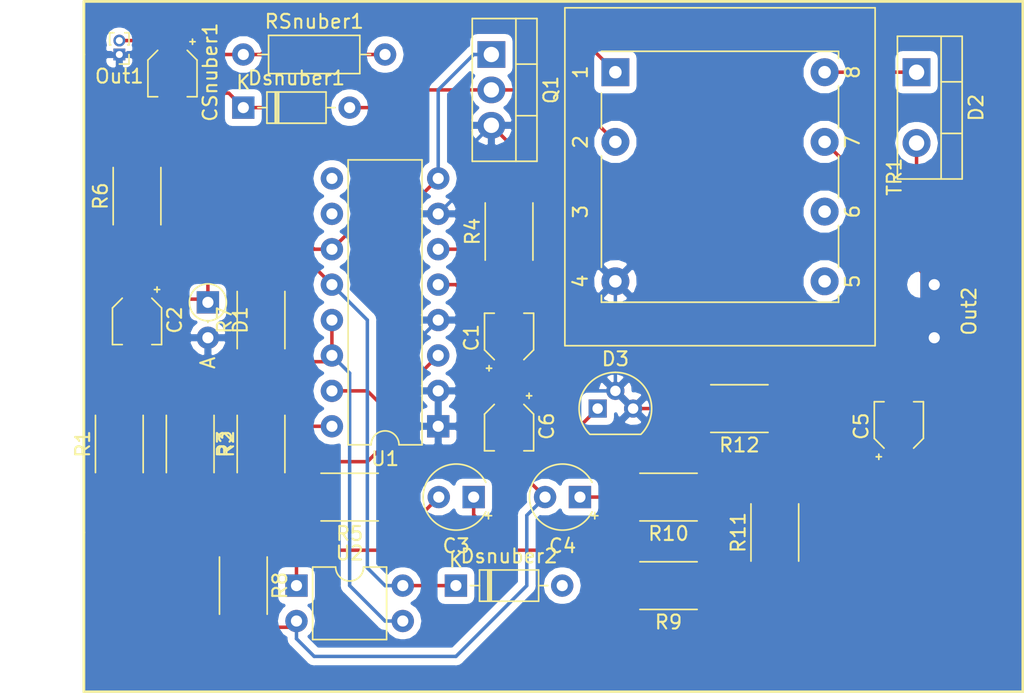
<source format=kicad_pcb>
(kicad_pcb (version 20171130) (host pcbnew "(5.0.1)-4")

  (general
    (thickness 1.6)
    (drawings 6)
    (tracks 155)
    (zones 0)
    (modules 31)
    (nets 26)
  )

  (page A4)
  (layers
    (0 F.Cu signal)
    (31 B.Cu signal hide)
    (32 B.Adhes user)
    (33 F.Adhes user)
    (34 B.Paste user)
    (35 F.Paste user)
    (36 B.SilkS user)
    (37 F.SilkS user)
    (38 B.Mask user)
    (39 F.Mask user)
    (40 Dwgs.User user)
    (41 Cmts.User user)
    (42 Eco1.User user)
    (43 Eco2.User user)
    (44 Edge.Cuts user)
    (45 Margin user)
    (46 B.CrtYd user)
    (47 F.CrtYd user)
    (48 B.Fab user)
    (49 F.Fab user)
  )

  (setup
    (last_trace_width 0.25)
    (trace_clearance 0.2)
    (zone_clearance 0.508)
    (zone_45_only no)
    (trace_min 0.2)
    (segment_width 0.2)
    (edge_width 0.15)
    (via_size 0.8)
    (via_drill 0.4)
    (via_min_size 0.4)
    (via_min_drill 0.3)
    (uvia_size 0.3)
    (uvia_drill 0.1)
    (uvias_allowed no)
    (uvia_min_size 0.2)
    (uvia_min_drill 0.1)
    (pcb_text_width 0.3)
    (pcb_text_size 1.5 1.5)
    (mod_edge_width 0.15)
    (mod_text_size 1 1)
    (mod_text_width 0.15)
    (pad_size 1.524 1.524)
    (pad_drill 0.762)
    (pad_to_mask_clearance 0.051)
    (solder_mask_min_width 0.25)
    (aux_axis_origin 0 0)
    (visible_elements 7FFFFFFF)
    (pcbplotparams
      (layerselection 0x010fc_ffffffff)
      (usegerberextensions false)
      (usegerberattributes false)
      (usegerberadvancedattributes false)
      (creategerberjobfile false)
      (excludeedgelayer true)
      (linewidth 0.100000)
      (plotframeref false)
      (viasonmask false)
      (mode 1)
      (useauxorigin false)
      (hpglpennumber 1)
      (hpglpenspeed 20)
      (hpglpendiameter 15.000000)
      (psnegative false)
      (psa4output false)
      (plotreference true)
      (plotvalue true)
      (plotinvisibletext false)
      (padsonsilk false)
      (subtractmaskfromsilk false)
      (outputformat 1)
      (mirror false)
      (drillshape 1)
      (scaleselection 1)
      (outputdirectory ""))
  )

  (net 0 "")
  (net 1 GND)
  (net 2 "Net-(C1-Pad2)")
  (net 3 "Net-(C2-Pad1)")
  (net 4 "Net-(C3-Pad2)")
  (net 5 "Net-(C3-Pad1)")
  (net 6 "Net-(C4-Pad1)")
  (net 7 "Net-(C4-Pad2)")
  (net 8 "Net-(C5-Pad2)")
  (net 9 "Net-(C5-Pad1)")
  (net 10 "Net-(CSnuber1-Pad1)")
  (net 11 "Net-(CSnuber1-Pad2)")
  (net 12 "Net-(D2-Pad1)")
  (net 13 "Net-(D3-Pad8)")
  (net 14 "Net-(Dsnuber1-Pad2)")
  (net 15 "Net-(Dsnuber2-Pad2)")
  (net 16 "Net-(Q1-Pad1)")
  (net 17 "Net-(R1-Pad1)")
  (net 18 "Net-(R2-Pad1)")
  (net 19 "Net-(R3-Pad1)")
  (net 20 "Net-(R4-Pad1)")
  (net 21 "Net-(R5-Pad1)")
  (net 22 "Net-(TR1-Pad5)")
  (net 23 "Net-(TR1-Pad6)")
  (net 24 "Net-(U1-Pad9)")
  (net 25 "Net-(U1-Pad10)")

  (net_class Default "Esta es la clase de red por defecto."
    (clearance 0.2)
    (trace_width 0.25)
    (via_dia 0.8)
    (via_drill 0.4)
    (uvia_dia 0.3)
    (uvia_drill 0.1)
    (add_net GND)
    (add_net "Net-(C1-Pad2)")
    (add_net "Net-(C2-Pad1)")
    (add_net "Net-(C3-Pad1)")
    (add_net "Net-(C3-Pad2)")
    (add_net "Net-(C4-Pad1)")
    (add_net "Net-(C4-Pad2)")
    (add_net "Net-(C5-Pad1)")
    (add_net "Net-(C5-Pad2)")
    (add_net "Net-(CSnuber1-Pad1)")
    (add_net "Net-(CSnuber1-Pad2)")
    (add_net "Net-(D2-Pad1)")
    (add_net "Net-(D3-Pad8)")
    (add_net "Net-(Dsnuber1-Pad2)")
    (add_net "Net-(Dsnuber2-Pad2)")
    (add_net "Net-(Q1-Pad1)")
    (add_net "Net-(R1-Pad1)")
    (add_net "Net-(R2-Pad1)")
    (add_net "Net-(R3-Pad1)")
    (add_net "Net-(R4-Pad1)")
    (add_net "Net-(R5-Pad1)")
    (add_net "Net-(TR1-Pad5)")
    (add_net "Net-(TR1-Pad6)")
    (add_net "Net-(U1-Pad10)")
    (add_net "Net-(U1-Pad9)")
  )

  (module Connector_Wire:SolderWirePad_1x02_P3.81mm_Drill0.8mm (layer F.Cu) (tedit 5AEE54BF) (tstamp 6109629D)
    (at 140.97 102.87 270)
    (descr "Wire solder connection")
    (tags connector)
    (path /60FCA7E2)
    (attr virtual)
    (fp_text reference Out2 (at 1.905 -2.5 270) (layer F.SilkS)
      (effects (font (size 1 1) (thickness 0.15)))
    )
    (fp_text value Screw_Terminal_01x02 (at 1.905 2.54 270) (layer F.Fab)
      (effects (font (size 1 1) (thickness 0.15)))
    )
    (fp_line (start 5.31 1.5) (end -1.49 1.5) (layer F.CrtYd) (width 0.05))
    (fp_line (start 5.31 1.5) (end 5.31 -1.5) (layer F.CrtYd) (width 0.05))
    (fp_line (start -1.49 -1.5) (end -1.49 1.5) (layer F.CrtYd) (width 0.05))
    (fp_line (start -1.49 -1.5) (end 5.31 -1.5) (layer F.CrtYd) (width 0.05))
    (fp_text user %R (at 1.905 0 270) (layer F.Fab)
      (effects (font (size 1 1) (thickness 0.15)))
    )
    (pad 2 thru_hole circle (at 3.81 0 270) (size 1.99898 1.99898) (drill 0.8001) (layers *.Cu *.Mask)
      (net 8 "Net-(C5-Pad2)"))
    (pad 1 thru_hole rect (at 0 0 270) (size 1.99898 1.99898) (drill 0.8001) (layers *.Cu *.Mask)
      (net 9 "Net-(C5-Pad1)"))
  )

  (module Package_DIP:DIP-16_W7.62mm (layer F.Cu) (tedit 5A02E8C5) (tstamp 610963DB)
    (at 105.41 113.03 180)
    (descr "16-lead though-hole mounted DIP package, row spacing 7.62 mm (300 mils)")
    (tags "THT DIP DIL PDIP 2.54mm 7.62mm 300mil")
    (path /60F9AAFB)
    (fp_text reference U1 (at 3.81 -2.33 180) (layer F.SilkS)
      (effects (font (size 1 1) (thickness 0.15)))
    )
    (fp_text value TL494 (at 3.81 20.11 180) (layer F.Fab)
      (effects (font (size 1 1) (thickness 0.15)))
    )
    (fp_text user %R (at 3.81 8.89 180) (layer F.Fab)
      (effects (font (size 1 1) (thickness 0.15)))
    )
    (fp_line (start 8.7 -1.55) (end -1.1 -1.55) (layer F.CrtYd) (width 0.05))
    (fp_line (start 8.7 19.3) (end 8.7 -1.55) (layer F.CrtYd) (width 0.05))
    (fp_line (start -1.1 19.3) (end 8.7 19.3) (layer F.CrtYd) (width 0.05))
    (fp_line (start -1.1 -1.55) (end -1.1 19.3) (layer F.CrtYd) (width 0.05))
    (fp_line (start 6.46 -1.33) (end 4.81 -1.33) (layer F.SilkS) (width 0.12))
    (fp_line (start 6.46 19.11) (end 6.46 -1.33) (layer F.SilkS) (width 0.12))
    (fp_line (start 1.16 19.11) (end 6.46 19.11) (layer F.SilkS) (width 0.12))
    (fp_line (start 1.16 -1.33) (end 1.16 19.11) (layer F.SilkS) (width 0.12))
    (fp_line (start 2.81 -1.33) (end 1.16 -1.33) (layer F.SilkS) (width 0.12))
    (fp_line (start 0.635 -0.27) (end 1.635 -1.27) (layer F.Fab) (width 0.1))
    (fp_line (start 0.635 19.05) (end 0.635 -0.27) (layer F.Fab) (width 0.1))
    (fp_line (start 6.985 19.05) (end 0.635 19.05) (layer F.Fab) (width 0.1))
    (fp_line (start 6.985 -1.27) (end 6.985 19.05) (layer F.Fab) (width 0.1))
    (fp_line (start 1.635 -1.27) (end 6.985 -1.27) (layer F.Fab) (width 0.1))
    (fp_arc (start 3.81 -1.33) (end 2.81 -1.33) (angle -180) (layer F.SilkS) (width 0.12))
    (pad 16 thru_hole oval (at 7.62 0 180) (size 1.6 1.6) (drill 0.8) (layers *.Cu *.Mask)
      (net 17 "Net-(R1-Pad1)"))
    (pad 8 thru_hole oval (at 0 17.78 180) (size 1.6 1.6) (drill 0.8) (layers *.Cu *.Mask)
      (net 16 "Net-(Q1-Pad1)"))
    (pad 15 thru_hole oval (at 7.62 2.54 180) (size 1.6 1.6) (drill 0.8) (layers *.Cu *.Mask)
      (net 19 "Net-(R3-Pad1)"))
    (pad 7 thru_hole oval (at 0 15.24 180) (size 1.6 1.6) (drill 0.8) (layers *.Cu *.Mask)
      (net 1 GND))
    (pad 14 thru_hole oval (at 7.62 5.08 180) (size 1.6 1.6) (drill 0.8) (layers *.Cu *.Mask)
      (net 18 "Net-(R2-Pad1)"))
    (pad 6 thru_hole oval (at 0 12.7 180) (size 1.6 1.6) (drill 0.8) (layers *.Cu *.Mask)
      (net 20 "Net-(R4-Pad1)"))
    (pad 13 thru_hole oval (at 7.62 7.62 180) (size 1.6 1.6) (drill 0.8) (layers *.Cu *.Mask)
      (net 18 "Net-(R2-Pad1)"))
    (pad 5 thru_hole oval (at 0 10.16 180) (size 1.6 1.6) (drill 0.8) (layers *.Cu *.Mask)
      (net 2 "Net-(C1-Pad2)"))
    (pad 12 thru_hole oval (at 7.62 10.16 180) (size 1.6 1.6) (drill 0.8) (layers *.Cu *.Mask)
      (net 3 "Net-(C2-Pad1)"))
    (pad 4 thru_hole oval (at 0 7.62 180) (size 1.6 1.6) (drill 0.8) (layers *.Cu *.Mask)
      (net 1 GND))
    (pad 11 thru_hole oval (at 7.62 12.7 180) (size 1.6 1.6) (drill 0.8) (layers *.Cu *.Mask)
      (net 16 "Net-(Q1-Pad1)"))
    (pad 3 thru_hole oval (at 0 5.08 180) (size 1.6 1.6) (drill 0.8) (layers *.Cu *.Mask)
      (net 21 "Net-(R5-Pad1)"))
    (pad 10 thru_hole oval (at 7.62 15.24 180) (size 1.6 1.6) (drill 0.8) (layers *.Cu *.Mask)
      (net 25 "Net-(U1-Pad10)"))
    (pad 2 thru_hole oval (at 0 2.54 180) (size 1.6 1.6) (drill 0.8) (layers *.Cu *.Mask)
      (net 1 GND))
    (pad 9 thru_hole oval (at 7.62 17.78 180) (size 1.6 1.6) (drill 0.8) (layers *.Cu *.Mask)
      (net 24 "Net-(U1-Pad9)"))
    (pad 1 thru_hole rect (at 0 0 180) (size 1.6 1.6) (drill 0.8) (layers *.Cu *.Mask)
      (net 1 GND))
    (model ${KISYS3DMOD}/Package_DIP.3dshapes/DIP-16_W7.62mm.wrl
      (at (xyz 0 0 0))
      (scale (xyz 1 1 1))
      (rotate (xyz 0 0 0))
    )
  )

  (module Package_TO_SOT_THT:TO-92 (layer F.Cu) (tedit 5A279852) (tstamp 61096249)
    (at 116.84 111.76)
    (descr "TO-92 leads molded, narrow, drill 0.75mm (see NXP sot054_po.pdf)")
    (tags "to-92 sc-43 sc-43a sot54 PA33 transistor")
    (path /60FDAF33)
    (fp_text reference D3 (at 1.27 -3.56) (layer F.SilkS)
      (effects (font (size 1 1) (thickness 0.15)))
    )
    (fp_text value TL431D (at 1.27 2.79) (layer F.Fab)
      (effects (font (size 1 1) (thickness 0.15)))
    )
    (fp_arc (start 1.27 0) (end 1.27 -2.6) (angle 135) (layer F.SilkS) (width 0.12))
    (fp_arc (start 1.27 0) (end 1.27 -2.48) (angle -135) (layer F.Fab) (width 0.1))
    (fp_arc (start 1.27 0) (end 1.27 -2.6) (angle -135) (layer F.SilkS) (width 0.12))
    (fp_arc (start 1.27 0) (end 1.27 -2.48) (angle 135) (layer F.Fab) (width 0.1))
    (fp_line (start 4 2.01) (end -1.46 2.01) (layer F.CrtYd) (width 0.05))
    (fp_line (start 4 2.01) (end 4 -2.73) (layer F.CrtYd) (width 0.05))
    (fp_line (start -1.46 -2.73) (end -1.46 2.01) (layer F.CrtYd) (width 0.05))
    (fp_line (start -1.46 -2.73) (end 4 -2.73) (layer F.CrtYd) (width 0.05))
    (fp_line (start -0.5 1.75) (end 3 1.75) (layer F.Fab) (width 0.1))
    (fp_line (start -0.53 1.85) (end 3.07 1.85) (layer F.SilkS) (width 0.12))
    (fp_text user %R (at 1.27 -3.56) (layer F.Fab)
      (effects (font (size 1 1) (thickness 0.15)))
    )
    (pad 1 thru_hole rect (at 0 0 90) (size 1.3 1.3) (drill 0.75) (layers *.Cu *.Mask)
      (net 7 "Net-(C4-Pad2)"))
    (pad 3 thru_hole circle (at 2.54 0 90) (size 1.3 1.3) (drill 0.75) (layers *.Cu *.Mask)
      (net 8 "Net-(C5-Pad2)"))
    (pad 2 thru_hole circle (at 1.27 -1.27 90) (size 1.3 1.3) (drill 0.75) (layers *.Cu *.Mask)
      (net 8 "Net-(C5-Pad2)"))
    (model ${KISYS3DMOD}/Package_TO_SOT_THT.3dshapes/TO-92.wrl
      (at (xyz 0 0 0))
      (scale (xyz 1 1 1))
      (rotate (xyz 0 0 0))
    )
  )

  (module Transformer_THT:Transformer_Breve_TEZ-22x24 (layer F.Cu) (tedit 5A030845) (tstamp 610963AF)
    (at 118.11 87.63 270)
    (descr http://www.breve.pl/pdf/ANG/TEZ_ang.pdf)
    (tags "TEZ PCB Transformer")
    (path /60FCC3B4)
    (fp_text reference TR1 (at 7.5 -20 270) (layer F.SilkS)
      (effects (font (size 1 1) (thickness 0.15)))
    )
    (fp_text value TRANSF6 (at 7.25 -6 270) (layer F.Fab)
      (effects (font (size 1 1) (thickness 0.15)))
    )
    (fp_line (start 19.62 3.62) (end -4.62 3.62) (layer F.SilkS) (width 0.12))
    (fp_line (start 19.62 3.62) (end 19.62 -18.62) (layer F.SilkS) (width 0.12))
    (fp_line (start -4.62 -18.62) (end -4.62 3.62) (layer F.SilkS) (width 0.12))
    (fp_line (start -4.62 -18.62) (end 19.62 -18.62) (layer F.SilkS) (width 0.12))
    (fp_line (start 19.75 3.75) (end -4.75 3.75) (layer F.CrtYd) (width 0.05))
    (fp_line (start 19.75 3.75) (end 19.75 -18.75) (layer F.CrtYd) (width 0.05))
    (fp_line (start -4.75 -18.75) (end -4.75 3.75) (layer F.CrtYd) (width 0.05))
    (fp_line (start -4.75 -18.75) (end 19.75 -18.75) (layer F.CrtYd) (width 0.05))
    (fp_line (start -4.5 3.5) (end -4.5 -18.5) (layer F.Fab) (width 0.1))
    (fp_line (start 19.5 3.5) (end -4.5 3.5) (layer F.Fab) (width 0.1))
    (fp_line (start 19.5 -18.5) (end 19.5 3.5) (layer F.Fab) (width 0.1))
    (fp_line (start -4.5 -18.5) (end 19.5 -18.5) (layer F.Fab) (width 0.1))
    (fp_line (start 1 -16) (end 4 -16) (layer F.SilkS) (width 0.12))
    (fp_line (start 6 -16) (end 9 -16) (layer F.SilkS) (width 0.12))
    (fp_line (start 11 -16) (end 14 -16) (layer F.SilkS) (width 0.12))
    (fp_line (start 16 -16) (end 16.5 -16) (layer F.SilkS) (width 0.12))
    (fp_line (start -1 -16) (end -1.5 -16) (layer F.SilkS) (width 0.12))
    (fp_line (start 6 1) (end 14 1) (layer F.SilkS) (width 0.12))
    (fp_line (start 16.5 1) (end 16.5 -16) (layer F.SilkS) (width 0.12))
    (fp_line (start 16 1) (end 16.5 1) (layer F.SilkS) (width 0.12))
    (fp_line (start -1.5 1) (end -1.5 -16) (layer F.SilkS) (width 0.12))
    (fp_line (start 4 1) (end 1.5 1) (layer F.SilkS) (width 0.12))
    (fp_line (start -1.5 1) (end -1.5 -16) (layer F.Fab) (width 0.1))
    (fp_line (start 16.5 1) (end -1.5 1) (layer F.Fab) (width 0.1))
    (fp_line (start 16.5 -16) (end 16.5 1) (layer F.Fab) (width 0.1))
    (fp_line (start -1.5 -16) (end 16.5 -16) (layer F.Fab) (width 0.1))
    (fp_text user %R (at 7.5 -7.5 270) (layer F.Fab)
      (effects (font (size 1 1) (thickness 0.15)))
    )
    (fp_text user 1 (at 0 2.5 270) (layer F.SilkS)
      (effects (font (size 1 1) (thickness 0.15)))
    )
    (fp_text user 2 (at 5 2.5 270) (layer F.SilkS)
      (effects (font (size 1 1) (thickness 0.15)))
    )
    (fp_text user 3 (at 10 2.5 270) (layer F.SilkS)
      (effects (font (size 1 1) (thickness 0.15)))
    )
    (fp_text user 4 (at 15 2.5 270) (layer F.SilkS)
      (effects (font (size 1 1) (thickness 0.15)))
    )
    (fp_text user 5 (at 15 -17 270) (layer F.SilkS)
      (effects (font (size 1 1) (thickness 0.15)))
    )
    (fp_text user 6 (at 10 -17 270) (layer F.SilkS)
      (effects (font (size 1 1) (thickness 0.15)))
    )
    (fp_text user 7 (at 5 -17 270) (layer F.SilkS)
      (effects (font (size 1 1) (thickness 0.15)))
    )
    (fp_text user 8 (at 0 -17 270) (layer F.SilkS)
      (effects (font (size 1 1) (thickness 0.15)))
    )
    (pad 8 thru_hole circle (at 0 -15 270) (size 2 2) (drill 0.9) (layers *.Cu *.Mask)
      (net 12 "Net-(D2-Pad1)"))
    (pad 7 thru_hole circle (at 5 -15 270) (size 2 2) (drill 0.9) (layers *.Cu *.Mask)
      (net 8 "Net-(C5-Pad2)"))
    (pad 6 thru_hole circle (at 10 -15 270) (size 2 2) (drill 0.9) (layers *.Cu *.Mask)
      (net 23 "Net-(TR1-Pad6)"))
    (pad 5 thru_hole circle (at 15 -15 270) (size 2 2) (drill 0.9) (layers *.Cu *.Mask)
      (net 22 "Net-(TR1-Pad5)"))
    (pad 4 thru_hole circle (at 15 0 270) (size 2 2) (drill 0.9) (layers *.Cu *.Mask)
      (net 1 GND))
    (pad 2 thru_hole circle (at 5 0 270) (size 2 2) (drill 0.9) (layers *.Cu *.Mask)
      (net 14 "Net-(Dsnuber1-Pad2)"))
    (pad 1 thru_hole rect (at 0 0 270) (size 2 2) (drill 0.9) (layers *.Cu *.Mask)
      (net 10 "Net-(CSnuber1-Pad1)"))
    (model ${KISYS3DMOD}/Transformer_THT.3dshapes/Transformer_Breve_TEZ-22x24.wrl
      (at (xyz 0 0 0))
      (scale (xyz 1 1 1))
      (rotate (xyz 0 0 0))
    )
  )

  (module Resistor_THT:R_Axial_DIN0207_L6.3mm_D2.5mm_P10.16mm_Horizontal (layer F.Cu) (tedit 5AE5139B) (tstamp 61096394)
    (at 91.44 86.36)
    (descr "Resistor, Axial_DIN0207 series, Axial, Horizontal, pin pitch=10.16mm, 0.25W = 1/4W, length*diameter=6.3*2.5mm^2, http://cdn-reichelt.de/documents/datenblatt/B400/1_4W%23YAG.pdf")
    (tags "Resistor Axial_DIN0207 series Axial Horizontal pin pitch 10.16mm 0.25W = 1/4W length 6.3mm diameter 2.5mm")
    (path /60F8DC15)
    (fp_text reference RSnuber1 (at 5.08 -2.37) (layer F.SilkS)
      (effects (font (size 1 1) (thickness 0.15)))
    )
    (fp_text value R (at 5.08 2.37) (layer F.Fab)
      (effects (font (size 1 1) (thickness 0.15)))
    )
    (fp_text user %R (at 5.08 0) (layer F.Fab)
      (effects (font (size 1 1) (thickness 0.15)))
    )
    (fp_line (start 11.21 -1.5) (end -1.05 -1.5) (layer F.CrtYd) (width 0.05))
    (fp_line (start 11.21 1.5) (end 11.21 -1.5) (layer F.CrtYd) (width 0.05))
    (fp_line (start -1.05 1.5) (end 11.21 1.5) (layer F.CrtYd) (width 0.05))
    (fp_line (start -1.05 -1.5) (end -1.05 1.5) (layer F.CrtYd) (width 0.05))
    (fp_line (start 9.12 0) (end 8.35 0) (layer F.SilkS) (width 0.12))
    (fp_line (start 1.04 0) (end 1.81 0) (layer F.SilkS) (width 0.12))
    (fp_line (start 8.35 -1.37) (end 1.81 -1.37) (layer F.SilkS) (width 0.12))
    (fp_line (start 8.35 1.37) (end 8.35 -1.37) (layer F.SilkS) (width 0.12))
    (fp_line (start 1.81 1.37) (end 8.35 1.37) (layer F.SilkS) (width 0.12))
    (fp_line (start 1.81 -1.37) (end 1.81 1.37) (layer F.SilkS) (width 0.12))
    (fp_line (start 10.16 0) (end 8.23 0) (layer F.Fab) (width 0.1))
    (fp_line (start 0 0) (end 1.93 0) (layer F.Fab) (width 0.1))
    (fp_line (start 8.23 -1.25) (end 1.93 -1.25) (layer F.Fab) (width 0.1))
    (fp_line (start 8.23 1.25) (end 8.23 -1.25) (layer F.Fab) (width 0.1))
    (fp_line (start 1.93 1.25) (end 8.23 1.25) (layer F.Fab) (width 0.1))
    (fp_line (start 1.93 -1.25) (end 1.93 1.25) (layer F.Fab) (width 0.1))
    (pad 2 thru_hole oval (at 10.16 0) (size 1.6 1.6) (drill 0.8) (layers *.Cu *.Mask)
      (net 11 "Net-(CSnuber1-Pad2)"))
    (pad 1 thru_hole circle (at 0 0) (size 1.6 1.6) (drill 0.8) (layers *.Cu *.Mask)
      (net 10 "Net-(CSnuber1-Pad1)"))
    (model ${KISYS3DMOD}/Resistor_THT.3dshapes/R_Axial_DIN0207_L6.3mm_D2.5mm_P10.16mm_Horizontal.wrl
      (at (xyz 0 0 0))
      (scale (xyz 1 1 1))
      (rotate (xyz 0 0 0))
    )
  )

  (module Connector_PinHeader_1.00mm:PinHeader_1x02_P1.00mm_Vertical (layer F.Cu) (tedit 59FED738) (tstamp 61096292)
    (at 82.55 86.36 180)
    (descr "Through hole straight pin header, 1x02, 1.00mm pitch, single row")
    (tags "Through hole pin header THT 1x02 1.00mm single row")
    (path /60FCB085)
    (fp_text reference Out1 (at 0 -1.56 180) (layer F.SilkS)
      (effects (font (size 1 1) (thickness 0.15)))
    )
    (fp_text value Screw_Terminal_01x02 (at 0 2.56 180) (layer F.Fab)
      (effects (font (size 1 1) (thickness 0.15)))
    )
    (fp_text user %R (at 0 0.5 270) (layer F.Fab)
      (effects (font (size 0.76 0.76) (thickness 0.114)))
    )
    (fp_line (start 1.15 -1) (end -1.15 -1) (layer F.CrtYd) (width 0.05))
    (fp_line (start 1.15 2) (end 1.15 -1) (layer F.CrtYd) (width 0.05))
    (fp_line (start -1.15 2) (end 1.15 2) (layer F.CrtYd) (width 0.05))
    (fp_line (start -1.15 -1) (end -1.15 2) (layer F.CrtYd) (width 0.05))
    (fp_line (start -0.695 -0.685) (end 0 -0.685) (layer F.SilkS) (width 0.12))
    (fp_line (start -0.695 0) (end -0.695 -0.685) (layer F.SilkS) (width 0.12))
    (fp_line (start 0.608276 0.685) (end 0.695 0.685) (layer F.SilkS) (width 0.12))
    (fp_line (start -0.695 0.685) (end -0.608276 0.685) (layer F.SilkS) (width 0.12))
    (fp_line (start 0.695 0.685) (end 0.695 1.56) (layer F.SilkS) (width 0.12))
    (fp_line (start -0.695 0.685) (end -0.695 1.56) (layer F.SilkS) (width 0.12))
    (fp_line (start 0.394493 1.56) (end 0.695 1.56) (layer F.SilkS) (width 0.12))
    (fp_line (start -0.695 1.56) (end -0.394493 1.56) (layer F.SilkS) (width 0.12))
    (fp_line (start -0.635 -0.1825) (end -0.3175 -0.5) (layer F.Fab) (width 0.1))
    (fp_line (start -0.635 1.5) (end -0.635 -0.1825) (layer F.Fab) (width 0.1))
    (fp_line (start 0.635 1.5) (end -0.635 1.5) (layer F.Fab) (width 0.1))
    (fp_line (start 0.635 -0.5) (end 0.635 1.5) (layer F.Fab) (width 0.1))
    (fp_line (start -0.3175 -0.5) (end 0.635 -0.5) (layer F.Fab) (width 0.1))
    (pad 2 thru_hole oval (at 0 1 180) (size 0.85 0.85) (drill 0.5) (layers *.Cu *.Mask)
      (net 10 "Net-(CSnuber1-Pad1)"))
    (pad 1 thru_hole rect (at 0 0 180) (size 0.85 0.85) (drill 0.5) (layers *.Cu *.Mask)
      (net 1 GND))
    (model ${KISYS3DMOD}/Connector_PinHeader_1.00mm.3dshapes/PinHeader_1x02_P1.00mm_Vertical.wrl
      (at (xyz 0 0 0))
      (scale (xyz 1 1 1))
      (rotate (xyz 0 0 0))
    )
  )

  (module Capacitor_THT:CP_Radial_Tantal_D4.5mm_P2.50mm (layer F.Cu) (tedit 5AE50EF0) (tstamp 61096196)
    (at 115.57 118.11 180)
    (descr "CP, Radial_Tantal series, Radial, pin pitch=2.50mm, , diameter=4.5mm, Tantal Electrolytic Capacitor, http://cdn-reichelt.de/documents/datenblatt/B300/TANTAL-TB-Serie%23.pdf")
    (tags "CP Radial_Tantal series Radial pin pitch 2.50mm  diameter 4.5mm Tantal Electrolytic Capacitor")
    (path /60FDAE04)
    (fp_text reference C4 (at 1.25 -3.5 180) (layer F.SilkS)
      (effects (font (size 1 1) (thickness 0.15)))
    )
    (fp_text value C (at 1.25 3.5 180) (layer F.Fab)
      (effects (font (size 1 1) (thickness 0.15)))
    )
    (fp_text user %R (at 1.25 0 180) (layer F.Fab)
      (effects (font (size 0.9 0.9) (thickness 0.135)))
    )
    (fp_line (start -1.062288 -1.56) (end -1.062288 -1.11) (layer F.SilkS) (width 0.12))
    (fp_line (start -1.287288 -1.335) (end -0.837288 -1.335) (layer F.SilkS) (width 0.12))
    (fp_line (start -0.44308 -1.2025) (end -0.44308 -0.7525) (layer F.Fab) (width 0.1))
    (fp_line (start -0.66808 -0.9775) (end -0.21808 -0.9775) (layer F.Fab) (width 0.1))
    (fp_circle (center 1.25 0) (end 3.78 0) (layer F.CrtYd) (width 0.05))
    (fp_circle (center 1.25 0) (end 3.5 0) (layer F.Fab) (width 0.1))
    (fp_arc (start 1.25 0) (end -0.869741 -1.06) (angle 306.864288) (layer F.SilkS) (width 0.12))
    (pad 2 thru_hole circle (at 2.5 0 180) (size 1.6 1.6) (drill 0.8) (layers *.Cu *.Mask)
      (net 7 "Net-(C4-Pad2)"))
    (pad 1 thru_hole rect (at 0 0 180) (size 1.6 1.6) (drill 0.8) (layers *.Cu *.Mask)
      (net 6 "Net-(C4-Pad1)"))
    (model ${KISYS3DMOD}/Capacitor_THT.3dshapes/CP_Radial_Tantal_D4.5mm_P2.50mm.wrl
      (at (xyz 0 0 0))
      (scale (xyz 1 1 1))
      (rotate (xyz 0 0 0))
    )
  )

  (module Capacitor_THT:CP_Radial_Tantal_D4.5mm_P2.50mm (layer F.Cu) (tedit 5AE50EF0) (tstamp 61096172)
    (at 107.95 118.11 180)
    (descr "CP, Radial_Tantal series, Radial, pin pitch=2.50mm, , diameter=4.5mm, Tantal Electrolytic Capacitor, http://cdn-reichelt.de/documents/datenblatt/B300/TANTAL-TB-Serie%23.pdf")
    (tags "CP Radial_Tantal series Radial pin pitch 2.50mm  diameter 4.5mm Tantal Electrolytic Capacitor")
    (path /60FDAE93)
    (fp_text reference C3 (at 1.25 -3.5 180) (layer F.SilkS)
      (effects (font (size 1 1) (thickness 0.15)))
    )
    (fp_text value C (at 1.25 3.5 180) (layer F.Fab)
      (effects (font (size 1 1) (thickness 0.15)))
    )
    (fp_text user %R (at 1.25 0 180) (layer F.Fab)
      (effects (font (size 0.9 0.9) (thickness 0.135)))
    )
    (fp_line (start -1.062288 -1.56) (end -1.062288 -1.11) (layer F.SilkS) (width 0.12))
    (fp_line (start -1.287288 -1.335) (end -0.837288 -1.335) (layer F.SilkS) (width 0.12))
    (fp_line (start -0.44308 -1.2025) (end -0.44308 -0.7525) (layer F.Fab) (width 0.1))
    (fp_line (start -0.66808 -0.9775) (end -0.21808 -0.9775) (layer F.Fab) (width 0.1))
    (fp_circle (center 1.25 0) (end 3.78 0) (layer F.CrtYd) (width 0.05))
    (fp_circle (center 1.25 0) (end 3.5 0) (layer F.Fab) (width 0.1))
    (fp_arc (start 1.25 0) (end -0.869741 -1.06) (angle 306.864288) (layer F.SilkS) (width 0.12))
    (pad 2 thru_hole circle (at 2.5 0 180) (size 1.6 1.6) (drill 0.8) (layers *.Cu *.Mask)
      (net 4 "Net-(C3-Pad2)"))
    (pad 1 thru_hole rect (at 0 0 180) (size 1.6 1.6) (drill 0.8) (layers *.Cu *.Mask)
      (net 5 "Net-(C3-Pad1)"))
    (model ${KISYS3DMOD}/Capacitor_THT.3dshapes/CP_Radial_Tantal_D4.5mm_P2.50mm.wrl
      (at (xyz 0 0 0))
      (scale (xyz 1 1 1))
      (rotate (xyz 0 0 0))
    )
  )

  (module Resistor_SMD:R_2512_6332Metric_Pad1.52x3.35mm_HandSolder (layer F.Cu) (tedit 5B301BBD) (tstamp 6109630C)
    (at 99.06 118.11 180)
    (descr "Resistor SMD 2512 (6332 Metric), square (rectangular) end terminal, IPC_7351 nominal with elongated pad for handsoldering. (Body size source: http://www.tortai-tech.com/upload/download/2011102023233369053.pdf), generated with kicad-footprint-generator")
    (tags "resistor handsolder")
    (path /6110E4E2)
    (attr smd)
    (fp_text reference R5 (at 0 -2.62 180) (layer F.SilkS)
      (effects (font (size 1 1) (thickness 0.15)))
    )
    (fp_text value R (at 0 2.62 180) (layer F.Fab)
      (effects (font (size 1 1) (thickness 0.15)))
    )
    (fp_text user %R (at 0 0 180) (layer F.Fab)
      (effects (font (size 1 1) (thickness 0.15)))
    )
    (fp_line (start 4 1.92) (end -4 1.92) (layer F.CrtYd) (width 0.05))
    (fp_line (start 4 -1.92) (end 4 1.92) (layer F.CrtYd) (width 0.05))
    (fp_line (start -4 -1.92) (end 4 -1.92) (layer F.CrtYd) (width 0.05))
    (fp_line (start -4 1.92) (end -4 -1.92) (layer F.CrtYd) (width 0.05))
    (fp_line (start -2.052064 1.71) (end 2.052064 1.71) (layer F.SilkS) (width 0.12))
    (fp_line (start -2.052064 -1.71) (end 2.052064 -1.71) (layer F.SilkS) (width 0.12))
    (fp_line (start 3.15 1.6) (end -3.15 1.6) (layer F.Fab) (width 0.1))
    (fp_line (start 3.15 -1.6) (end 3.15 1.6) (layer F.Fab) (width 0.1))
    (fp_line (start -3.15 -1.6) (end 3.15 -1.6) (layer F.Fab) (width 0.1))
    (fp_line (start -3.15 1.6) (end -3.15 -1.6) (layer F.Fab) (width 0.1))
    (pad 2 smd roundrect (at 2.9875 0 180) (size 1.525 3.35) (layers F.Cu F.Paste F.Mask) (roundrect_rratio 0.163934)
      (net 19 "Net-(R3-Pad1)"))
    (pad 1 smd roundrect (at -2.9875 0 180) (size 1.525 3.35) (layers F.Cu F.Paste F.Mask) (roundrect_rratio 0.163934)
      (net 21 "Net-(R5-Pad1)"))
    (model ${KISYS3DMOD}/Resistor_SMD.3dshapes/R_2512_6332Metric.wrl
      (at (xyz 0 0 0))
      (scale (xyz 1 1 1))
      (rotate (xyz 0 0 0))
    )
  )

  (module Diode_THT:D_DO-35_SOD27_P7.62mm_Horizontal (layer F.Cu) (tedit 5AE50CD5) (tstamp 61096287)
    (at 106.68 124.46)
    (descr "Diode, DO-35_SOD27 series, Axial, Horizontal, pin pitch=7.62mm, , length*diameter=4*2mm^2, , http://www.diodes.com/_files/packages/DO-35.pdf")
    (tags "Diode DO-35_SOD27 series Axial Horizontal pin pitch 7.62mm  length 4mm diameter 2mm")
    (path /60FD2ABC)
    (fp_text reference Dsnuber2 (at 3.81 -2.12) (layer F.SilkS)
      (effects (font (size 1 1) (thickness 0.15)))
    )
    (fp_text value 1N4148 (at 3.81 2.12) (layer F.Fab)
      (effects (font (size 1 1) (thickness 0.15)))
    )
    (fp_text user K (at 0 -1.8) (layer F.SilkS)
      (effects (font (size 1 1) (thickness 0.15)))
    )
    (fp_text user K (at 0 -1.8) (layer F.Fab)
      (effects (font (size 1 1) (thickness 0.15)))
    )
    (fp_text user %R (at 4.11 -0.015001) (layer F.Fab)
      (effects (font (size 0.8 0.8) (thickness 0.12)))
    )
    (fp_line (start 8.67 -1.25) (end -1.05 -1.25) (layer F.CrtYd) (width 0.05))
    (fp_line (start 8.67 1.25) (end 8.67 -1.25) (layer F.CrtYd) (width 0.05))
    (fp_line (start -1.05 1.25) (end 8.67 1.25) (layer F.CrtYd) (width 0.05))
    (fp_line (start -1.05 -1.25) (end -1.05 1.25) (layer F.CrtYd) (width 0.05))
    (fp_line (start 2.29 -1.12) (end 2.29 1.12) (layer F.SilkS) (width 0.12))
    (fp_line (start 2.53 -1.12) (end 2.53 1.12) (layer F.SilkS) (width 0.12))
    (fp_line (start 2.41 -1.12) (end 2.41 1.12) (layer F.SilkS) (width 0.12))
    (fp_line (start 6.58 0) (end 5.93 0) (layer F.SilkS) (width 0.12))
    (fp_line (start 1.04 0) (end 1.69 0) (layer F.SilkS) (width 0.12))
    (fp_line (start 5.93 -1.12) (end 1.69 -1.12) (layer F.SilkS) (width 0.12))
    (fp_line (start 5.93 1.12) (end 5.93 -1.12) (layer F.SilkS) (width 0.12))
    (fp_line (start 1.69 1.12) (end 5.93 1.12) (layer F.SilkS) (width 0.12))
    (fp_line (start 1.69 -1.12) (end 1.69 1.12) (layer F.SilkS) (width 0.12))
    (fp_line (start 2.31 -1) (end 2.31 1) (layer F.Fab) (width 0.1))
    (fp_line (start 2.51 -1) (end 2.51 1) (layer F.Fab) (width 0.1))
    (fp_line (start 2.41 -1) (end 2.41 1) (layer F.Fab) (width 0.1))
    (fp_line (start 7.62 0) (end 5.81 0) (layer F.Fab) (width 0.1))
    (fp_line (start 0 0) (end 1.81 0) (layer F.Fab) (width 0.1))
    (fp_line (start 5.81 -1) (end 1.81 -1) (layer F.Fab) (width 0.1))
    (fp_line (start 5.81 1) (end 5.81 -1) (layer F.Fab) (width 0.1))
    (fp_line (start 1.81 1) (end 5.81 1) (layer F.Fab) (width 0.1))
    (fp_line (start 1.81 -1) (end 1.81 1) (layer F.Fab) (width 0.1))
    (pad 2 thru_hole oval (at 7.62 0) (size 1.6 1.6) (drill 0.8) (layers *.Cu *.Mask)
      (net 15 "Net-(Dsnuber2-Pad2)"))
    (pad 1 thru_hole rect (at 0 0) (size 1.6 1.6) (drill 0.8) (layers *.Cu *.Mask)
      (net 3 "Net-(C2-Pad1)"))
    (model ${KISYS3DMOD}/Diode_THT.3dshapes/D_DO-35_SOD27_P7.62mm_Horizontal.wrl
      (at (xyz 0 0 0))
      (scale (xyz 1 1 1))
      (rotate (xyz 0 0 0))
    )
  )

  (module Capacitor_SMD:CP_Elec_3x5.3 (layer F.Cu) (tedit 5B303299) (tstamp 610961DE)
    (at 110.49 113.03 270)
    (descr "SMT capacitor, aluminium electrolytic, 3x5.3, Cornell Dubilier Electronics ")
    (tags "Capacitor Electrolytic")
    (path /60FDF698)
    (attr smd)
    (fp_text reference C6 (at 0 -2.7 270) (layer F.SilkS)
      (effects (font (size 1 1) (thickness 0.15)))
    )
    (fp_text value C (at 0 2.7 270) (layer F.Fab)
      (effects (font (size 1 1) (thickness 0.15)))
    )
    (fp_circle (center 0 0) (end 1.5 0) (layer F.Fab) (width 0.1))
    (fp_line (start 1.65 -1.65) (end 1.65 1.65) (layer F.Fab) (width 0.1))
    (fp_line (start -0.825 -1.65) (end 1.65 -1.65) (layer F.Fab) (width 0.1))
    (fp_line (start -0.825 1.65) (end 1.65 1.65) (layer F.Fab) (width 0.1))
    (fp_line (start -1.65 -0.825) (end -1.65 0.825) (layer F.Fab) (width 0.1))
    (fp_line (start -1.65 -0.825) (end -0.825 -1.65) (layer F.Fab) (width 0.1))
    (fp_line (start -1.65 0.825) (end -0.825 1.65) (layer F.Fab) (width 0.1))
    (fp_line (start -1.110469 -0.8) (end -0.810469 -0.8) (layer F.Fab) (width 0.1))
    (fp_line (start -0.960469 -0.95) (end -0.960469 -0.65) (layer F.Fab) (width 0.1))
    (fp_line (start 1.76 1.76) (end 1.76 1.06) (layer F.SilkS) (width 0.12))
    (fp_line (start 1.76 -1.76) (end 1.76 -1.06) (layer F.SilkS) (width 0.12))
    (fp_line (start -0.870563 -1.76) (end 1.76 -1.76) (layer F.SilkS) (width 0.12))
    (fp_line (start -0.870563 1.76) (end 1.76 1.76) (layer F.SilkS) (width 0.12))
    (fp_line (start -1.570563 -1.06) (end -0.870563 -1.76) (layer F.SilkS) (width 0.12))
    (fp_line (start -1.570563 1.06) (end -0.870563 1.76) (layer F.SilkS) (width 0.12))
    (fp_line (start -2.375 -1.435) (end -2 -1.435) (layer F.SilkS) (width 0.12))
    (fp_line (start -2.1875 -1.6225) (end -2.1875 -1.2475) (layer F.SilkS) (width 0.12))
    (fp_line (start 1.9 -1.9) (end 1.9 -1.05) (layer F.CrtYd) (width 0.05))
    (fp_line (start 1.9 -1.05) (end 2.85 -1.05) (layer F.CrtYd) (width 0.05))
    (fp_line (start 2.85 -1.05) (end 2.85 1.05) (layer F.CrtYd) (width 0.05))
    (fp_line (start 2.85 1.05) (end 1.9 1.05) (layer F.CrtYd) (width 0.05))
    (fp_line (start 1.9 1.05) (end 1.9 1.9) (layer F.CrtYd) (width 0.05))
    (fp_line (start -0.93 1.9) (end 1.9 1.9) (layer F.CrtYd) (width 0.05))
    (fp_line (start -0.93 -1.9) (end 1.9 -1.9) (layer F.CrtYd) (width 0.05))
    (fp_line (start -1.78 1.05) (end -0.93 1.9) (layer F.CrtYd) (width 0.05))
    (fp_line (start -1.78 -1.05) (end -0.93 -1.9) (layer F.CrtYd) (width 0.05))
    (fp_line (start -1.78 -1.05) (end -2.85 -1.05) (layer F.CrtYd) (width 0.05))
    (fp_line (start -2.85 -1.05) (end -2.85 1.05) (layer F.CrtYd) (width 0.05))
    (fp_line (start -2.85 1.05) (end -1.78 1.05) (layer F.CrtYd) (width 0.05))
    (fp_text user %R (at 0 0 270) (layer F.Fab)
      (effects (font (size 0.6 0.6) (thickness 0.09)))
    )
    (pad 1 smd rect (at -1.5 0 270) (size 2.2 1.6) (layers F.Cu F.Paste F.Mask)
      (net 8 "Net-(C5-Pad2)"))
    (pad 2 smd rect (at 1.5 0 270) (size 2.2 1.6) (layers F.Cu F.Paste F.Mask)
      (net 7 "Net-(C4-Pad2)"))
    (model ${KISYS3DMOD}/Capacitor_SMD.3dshapes/CP_Elec_3x5.3.wrl
      (at (xyz 0 0 0))
      (scale (xyz 1 1 1))
      (rotate (xyz 0 0 0))
    )
  )

  (module Package_DIP:DIP-4_W7.62mm (layer F.Cu) (tedit 60FCA87D) (tstamp 610963F3)
    (at 95.25 124.46)
    (descr "4-lead though-hole mounted DIP package, row spacing 7.62 mm (300 mils)")
    (tags "THT DIP DIL PDIP 2.54mm 7.62mm 300mil")
    (path /60FE3169)
    (fp_text reference U2 (at 3.81 -2.33) (layer F.SilkS)
      (effects (font (size 1 1) (thickness 0.15)))
    )
    (fp_text value PC817 (at 3.81 4.87) (layer F.Fab)
      (effects (font (size 1 1) (thickness 0.15)))
    )
    (fp_arc (start 3.81 -1.33) (end 2.81 -1.33) (angle -180) (layer F.SilkS) (width 0.12))
    (fp_line (start 1.635 -1.27) (end 6.985 -1.27) (layer F.Fab) (width 0.1))
    (fp_line (start 6.985 -1.27) (end 6.985 3.81) (layer F.Fab) (width 0.1))
    (fp_line (start 6.985 3.81) (end 0.635 3.81) (layer F.Fab) (width 0.1))
    (fp_line (start 0.635 3.81) (end 0.635 -0.27) (layer F.Fab) (width 0.1))
    (fp_line (start 0.635 -0.27) (end 1.635 -1.27) (layer F.Fab) (width 0.1))
    (fp_line (start 2.81 -1.33) (end 1.16 -1.33) (layer F.SilkS) (width 0.12))
    (fp_line (start 1.16 -1.33) (end 1.16 3.87) (layer F.SilkS) (width 0.12))
    (fp_line (start 1.16 3.87) (end 6.46 3.87) (layer F.SilkS) (width 0.12))
    (fp_line (start 6.46 3.87) (end 6.46 -1.33) (layer F.SilkS) (width 0.12))
    (fp_line (start 6.46 -1.33) (end 4.81 -1.33) (layer F.SilkS) (width 0.12))
    (fp_line (start -1.1 -1.55) (end -1.1 4.1) (layer F.CrtYd) (width 0.05))
    (fp_line (start -1.1 4.1) (end 8.7 4.1) (layer F.CrtYd) (width 0.05))
    (fp_line (start 8.7 4.1) (end 8.7 -1.55) (layer F.CrtYd) (width 0.05))
    (fp_line (start 8.7 -1.55) (end -1.1 -1.55) (layer F.CrtYd) (width 0.05))
    (fp_text user %R (at 5.08 0.635) (layer F.Fab)
      (effects (font (size 1 1) (thickness 0.15)))
    )
    (pad 1 thru_hole rect (at 0 0) (size 1.6 1.6) (drill 0.8) (layers *.Cu *.Mask)
      (net 4 "Net-(C3-Pad2)"))
    (pad 3 thru_hole oval (at 7.62 2.54) (size 1.6 1.6) (drill 0.8) (layers *.Cu *.Mask)
      (net 18 "Net-(R2-Pad1)"))
    (pad 2 thru_hole oval (at 0 2.54) (size 1.6 1.6) (drill 0.8) (layers *.Cu *.Mask)
      (net 7 "Net-(C4-Pad2)"))
    (pad 4 thru_hole oval (at 7.62 0) (size 1.6 1.6) (drill 0.8) (layers *.Cu *.Mask)
      (net 3 "Net-(C2-Pad1)"))
    (model ${KISYS3DMOD}/Package_DIP.3dshapes/DIP-4_W7.62mm.wrl
      (at (xyz 0 0 0))
      (scale (xyz 1 1 1))
      (rotate (xyz 0 0 0))
    )
  )

  (module Resistor_SMD:R_2512_6332Metric_Pad1.52x3.35mm_HandSolder (layer F.Cu) (tedit 5B301BBD) (tstamp 6109631D)
    (at 83.82 96.52 90)
    (descr "Resistor SMD 2512 (6332 Metric), square (rectangular) end terminal, IPC_7351 nominal with elongated pad for handsoldering. (Body size source: http://www.tortai-tech.com/upload/download/2011102023233369053.pdf), generated with kicad-footprint-generator")
    (tags "resistor handsolder")
    (path /61029A05)
    (attr smd)
    (fp_text reference R6 (at 0 -2.62 90) (layer F.SilkS)
      (effects (font (size 1 1) (thickness 0.15)))
    )
    (fp_text value R (at 0 2.62 90) (layer F.Fab)
      (effects (font (size 1 1) (thickness 0.15)))
    )
    (fp_text user %R (at 0 0 90) (layer F.Fab)
      (effects (font (size 1 1) (thickness 0.15)))
    )
    (fp_line (start 4 1.92) (end -4 1.92) (layer F.CrtYd) (width 0.05))
    (fp_line (start 4 -1.92) (end 4 1.92) (layer F.CrtYd) (width 0.05))
    (fp_line (start -4 -1.92) (end 4 -1.92) (layer F.CrtYd) (width 0.05))
    (fp_line (start -4 1.92) (end -4 -1.92) (layer F.CrtYd) (width 0.05))
    (fp_line (start -2.052064 1.71) (end 2.052064 1.71) (layer F.SilkS) (width 0.12))
    (fp_line (start -2.052064 -1.71) (end 2.052064 -1.71) (layer F.SilkS) (width 0.12))
    (fp_line (start 3.15 1.6) (end -3.15 1.6) (layer F.Fab) (width 0.1))
    (fp_line (start 3.15 -1.6) (end 3.15 1.6) (layer F.Fab) (width 0.1))
    (fp_line (start -3.15 -1.6) (end 3.15 -1.6) (layer F.Fab) (width 0.1))
    (fp_line (start -3.15 1.6) (end -3.15 -1.6) (layer F.Fab) (width 0.1))
    (pad 2 smd roundrect (at 2.9875 0 90) (size 1.525 3.35) (layers F.Cu F.Paste F.Mask) (roundrect_rratio 0.163934)
      (net 16 "Net-(Q1-Pad1)"))
    (pad 1 smd roundrect (at -2.9875 0 90) (size 1.525 3.35) (layers F.Cu F.Paste F.Mask) (roundrect_rratio 0.163934)
      (net 3 "Net-(C2-Pad1)"))
    (model ${KISYS3DMOD}/Resistor_SMD.3dshapes/R_2512_6332Metric.wrl
      (at (xyz 0 0 0))
      (scale (xyz 1 1 1))
      (rotate (xyz 0 0 0))
    )
  )

  (module Resistor_SMD:R_2512_6332Metric_Pad1.52x3.35mm_HandSolder (layer F.Cu) (tedit 5B301BBD) (tstamp 610962C8)
    (at 82.55 114.3 90)
    (descr "Resistor SMD 2512 (6332 Metric), square (rectangular) end terminal, IPC_7351 nominal with elongated pad for handsoldering. (Body size source: http://www.tortai-tech.com/upload/download/2011102023233369053.pdf), generated with kicad-footprint-generator")
    (tags "resistor handsolder")
    (path /60FFED91)
    (attr smd)
    (fp_text reference R1 (at 0 -2.62 90) (layer F.SilkS)
      (effects (font (size 1 1) (thickness 0.15)))
    )
    (fp_text value R (at 0 2.62 90) (layer F.Fab)
      (effects (font (size 1 1) (thickness 0.15)))
    )
    (fp_text user %R (at 0 0 90) (layer F.Fab)
      (effects (font (size 1 1) (thickness 0.15)))
    )
    (fp_line (start 4 1.92) (end -4 1.92) (layer F.CrtYd) (width 0.05))
    (fp_line (start 4 -1.92) (end 4 1.92) (layer F.CrtYd) (width 0.05))
    (fp_line (start -4 -1.92) (end 4 -1.92) (layer F.CrtYd) (width 0.05))
    (fp_line (start -4 1.92) (end -4 -1.92) (layer F.CrtYd) (width 0.05))
    (fp_line (start -2.052064 1.71) (end 2.052064 1.71) (layer F.SilkS) (width 0.12))
    (fp_line (start -2.052064 -1.71) (end 2.052064 -1.71) (layer F.SilkS) (width 0.12))
    (fp_line (start 3.15 1.6) (end -3.15 1.6) (layer F.Fab) (width 0.1))
    (fp_line (start 3.15 -1.6) (end 3.15 1.6) (layer F.Fab) (width 0.1))
    (fp_line (start -3.15 -1.6) (end 3.15 -1.6) (layer F.Fab) (width 0.1))
    (fp_line (start -3.15 1.6) (end -3.15 -1.6) (layer F.Fab) (width 0.1))
    (pad 2 smd roundrect (at 2.9875 0 90) (size 1.525 3.35) (layers F.Cu F.Paste F.Mask) (roundrect_rratio 0.163934)
      (net 1 GND))
    (pad 1 smd roundrect (at -2.9875 0 90) (size 1.525 3.35) (layers F.Cu F.Paste F.Mask) (roundrect_rratio 0.163934)
      (net 17 "Net-(R1-Pad1)"))
    (model ${KISYS3DMOD}/Resistor_SMD.3dshapes/R_2512_6332Metric.wrl
      (at (xyz 0 0 0))
      (scale (xyz 1 1 1))
      (rotate (xyz 0 0 0))
    )
  )

  (module Resistor_SMD:R_2512_6332Metric_Pad1.52x3.35mm_HandSolder (layer F.Cu) (tedit 5B301BBD) (tstamp 610962D9)
    (at 87.63 114.3 270)
    (descr "Resistor SMD 2512 (6332 Metric), square (rectangular) end terminal, IPC_7351 nominal with elongated pad for handsoldering. (Body size source: http://www.tortai-tech.com/upload/download/2011102023233369053.pdf), generated with kicad-footprint-generator")
    (tags "resistor handsolder")
    (path /60FFECD3)
    (attr smd)
    (fp_text reference R2 (at 0 -2.62 270) (layer F.SilkS)
      (effects (font (size 1 1) (thickness 0.15)))
    )
    (fp_text value R (at 0 2.62 270) (layer F.Fab)
      (effects (font (size 1 1) (thickness 0.15)))
    )
    (fp_text user %R (at 0 0 270) (layer F.Fab)
      (effects (font (size 1 1) (thickness 0.15)))
    )
    (fp_line (start 4 1.92) (end -4 1.92) (layer F.CrtYd) (width 0.05))
    (fp_line (start 4 -1.92) (end 4 1.92) (layer F.CrtYd) (width 0.05))
    (fp_line (start -4 -1.92) (end 4 -1.92) (layer F.CrtYd) (width 0.05))
    (fp_line (start -4 1.92) (end -4 -1.92) (layer F.CrtYd) (width 0.05))
    (fp_line (start -2.052064 1.71) (end 2.052064 1.71) (layer F.SilkS) (width 0.12))
    (fp_line (start -2.052064 -1.71) (end 2.052064 -1.71) (layer F.SilkS) (width 0.12))
    (fp_line (start 3.15 1.6) (end -3.15 1.6) (layer F.Fab) (width 0.1))
    (fp_line (start 3.15 -1.6) (end 3.15 1.6) (layer F.Fab) (width 0.1))
    (fp_line (start -3.15 -1.6) (end 3.15 -1.6) (layer F.Fab) (width 0.1))
    (fp_line (start -3.15 1.6) (end -3.15 -1.6) (layer F.Fab) (width 0.1))
    (pad 2 smd roundrect (at 2.9875 0 270) (size 1.525 3.35) (layers F.Cu F.Paste F.Mask) (roundrect_rratio 0.163934)
      (net 17 "Net-(R1-Pad1)"))
    (pad 1 smd roundrect (at -2.9875 0 270) (size 1.525 3.35) (layers F.Cu F.Paste F.Mask) (roundrect_rratio 0.163934)
      (net 18 "Net-(R2-Pad1)"))
    (model ${KISYS3DMOD}/Resistor_SMD.3dshapes/R_2512_6332Metric.wrl
      (at (xyz 0 0 0))
      (scale (xyz 1 1 1))
      (rotate (xyz 0 0 0))
    )
  )

  (module Resistor_SMD:R_2512_6332Metric_Pad1.52x3.35mm_HandSolder (layer F.Cu) (tedit 5B301BBD) (tstamp 610962EA)
    (at 92.71 114.3 90)
    (descr "Resistor SMD 2512 (6332 Metric), square (rectangular) end terminal, IPC_7351 nominal with elongated pad for handsoldering. (Body size source: http://www.tortai-tech.com/upload/download/2011102023233369053.pdf), generated with kicad-footprint-generator")
    (tags "resistor handsolder")
    (path /610F3637)
    (attr smd)
    (fp_text reference R3 (at 0 -2.62 90) (layer F.SilkS)
      (effects (font (size 1 1) (thickness 0.15)))
    )
    (fp_text value R (at 0 2.62 90) (layer F.Fab)
      (effects (font (size 1 1) (thickness 0.15)))
    )
    (fp_text user %R (at 0 0 90) (layer F.Fab)
      (effects (font (size 1 1) (thickness 0.15)))
    )
    (fp_line (start 4 1.92) (end -4 1.92) (layer F.CrtYd) (width 0.05))
    (fp_line (start 4 -1.92) (end 4 1.92) (layer F.CrtYd) (width 0.05))
    (fp_line (start -4 -1.92) (end 4 -1.92) (layer F.CrtYd) (width 0.05))
    (fp_line (start -4 1.92) (end -4 -1.92) (layer F.CrtYd) (width 0.05))
    (fp_line (start -2.052064 1.71) (end 2.052064 1.71) (layer F.SilkS) (width 0.12))
    (fp_line (start -2.052064 -1.71) (end 2.052064 -1.71) (layer F.SilkS) (width 0.12))
    (fp_line (start 3.15 1.6) (end -3.15 1.6) (layer F.Fab) (width 0.1))
    (fp_line (start 3.15 -1.6) (end 3.15 1.6) (layer F.Fab) (width 0.1))
    (fp_line (start -3.15 -1.6) (end 3.15 -1.6) (layer F.Fab) (width 0.1))
    (fp_line (start -3.15 1.6) (end -3.15 -1.6) (layer F.Fab) (width 0.1))
    (pad 2 smd roundrect (at 2.9875 0 90) (size 1.525 3.35) (layers F.Cu F.Paste F.Mask) (roundrect_rratio 0.163934)
      (net 18 "Net-(R2-Pad1)"))
    (pad 1 smd roundrect (at -2.9875 0 90) (size 1.525 3.35) (layers F.Cu F.Paste F.Mask) (roundrect_rratio 0.163934)
      (net 19 "Net-(R3-Pad1)"))
    (model ${KISYS3DMOD}/Resistor_SMD.3dshapes/R_2512_6332Metric.wrl
      (at (xyz 0 0 0))
      (scale (xyz 1 1 1))
      (rotate (xyz 0 0 0))
    )
  )

  (module Resistor_SMD:R_2512_6332Metric_Pad1.52x3.35mm_HandSolder (layer F.Cu) (tedit 5B301BBD) (tstamp 610962FB)
    (at 110.49 99.06 90)
    (descr "Resistor SMD 2512 (6332 Metric), square (rectangular) end terminal, IPC_7351 nominal with elongated pad for handsoldering. (Body size source: http://www.tortai-tech.com/upload/download/2011102023233369053.pdf), generated with kicad-footprint-generator")
    (tags "resistor handsolder")
    (path /61010421)
    (attr smd)
    (fp_text reference R4 (at 0 -2.62 90) (layer F.SilkS)
      (effects (font (size 1 1) (thickness 0.15)))
    )
    (fp_text value R (at 0 2.62 90) (layer F.Fab)
      (effects (font (size 1 1) (thickness 0.15)))
    )
    (fp_text user %R (at 0 0 90) (layer F.Fab)
      (effects (font (size 1 1) (thickness 0.15)))
    )
    (fp_line (start 4 1.92) (end -4 1.92) (layer F.CrtYd) (width 0.05))
    (fp_line (start 4 -1.92) (end 4 1.92) (layer F.CrtYd) (width 0.05))
    (fp_line (start -4 -1.92) (end 4 -1.92) (layer F.CrtYd) (width 0.05))
    (fp_line (start -4 1.92) (end -4 -1.92) (layer F.CrtYd) (width 0.05))
    (fp_line (start -2.052064 1.71) (end 2.052064 1.71) (layer F.SilkS) (width 0.12))
    (fp_line (start -2.052064 -1.71) (end 2.052064 -1.71) (layer F.SilkS) (width 0.12))
    (fp_line (start 3.15 1.6) (end -3.15 1.6) (layer F.Fab) (width 0.1))
    (fp_line (start 3.15 -1.6) (end 3.15 1.6) (layer F.Fab) (width 0.1))
    (fp_line (start -3.15 -1.6) (end 3.15 -1.6) (layer F.Fab) (width 0.1))
    (fp_line (start -3.15 1.6) (end -3.15 -1.6) (layer F.Fab) (width 0.1))
    (pad 2 smd roundrect (at 2.9875 0 90) (size 1.525 3.35) (layers F.Cu F.Paste F.Mask) (roundrect_rratio 0.163934)
      (net 1 GND))
    (pad 1 smd roundrect (at -2.9875 0 90) (size 1.525 3.35) (layers F.Cu F.Paste F.Mask) (roundrect_rratio 0.163934)
      (net 20 "Net-(R4-Pad1)"))
    (model ${KISYS3DMOD}/Resistor_SMD.3dshapes/R_2512_6332Metric.wrl
      (at (xyz 0 0 0))
      (scale (xyz 1 1 1))
      (rotate (xyz 0 0 0))
    )
  )

  (module Resistor_SMD:R_2512_6332Metric_Pad1.52x3.35mm_HandSolder (layer F.Cu) (tedit 5B301BBD) (tstamp 6109632E)
    (at 92.71 105.41 90)
    (descr "Resistor SMD 2512 (6332 Metric), square (rectangular) end terminal, IPC_7351 nominal with elongated pad for handsoldering. (Body size source: http://www.tortai-tech.com/upload/download/2011102023233369053.pdf), generated with kicad-footprint-generator")
    (tags "resistor handsolder")
    (path /60FE98A3)
    (attr smd)
    (fp_text reference R7 (at 0 -2.62 90) (layer F.SilkS)
      (effects (font (size 1 1) (thickness 0.15)))
    )
    (fp_text value R (at 0 2.62 90) (layer F.Fab)
      (effects (font (size 1 1) (thickness 0.15)))
    )
    (fp_text user %R (at 0 0 90) (layer F.Fab)
      (effects (font (size 1 1) (thickness 0.15)))
    )
    (fp_line (start 4 1.92) (end -4 1.92) (layer F.CrtYd) (width 0.05))
    (fp_line (start 4 -1.92) (end 4 1.92) (layer F.CrtYd) (width 0.05))
    (fp_line (start -4 -1.92) (end 4 -1.92) (layer F.CrtYd) (width 0.05))
    (fp_line (start -4 1.92) (end -4 -1.92) (layer F.CrtYd) (width 0.05))
    (fp_line (start -2.052064 1.71) (end 2.052064 1.71) (layer F.SilkS) (width 0.12))
    (fp_line (start -2.052064 -1.71) (end 2.052064 -1.71) (layer F.SilkS) (width 0.12))
    (fp_line (start 3.15 1.6) (end -3.15 1.6) (layer F.Fab) (width 0.1))
    (fp_line (start 3.15 -1.6) (end 3.15 1.6) (layer F.Fab) (width 0.1))
    (fp_line (start -3.15 -1.6) (end 3.15 -1.6) (layer F.Fab) (width 0.1))
    (fp_line (start -3.15 1.6) (end -3.15 -1.6) (layer F.Fab) (width 0.1))
    (pad 2 smd roundrect (at 2.9875 0 90) (size 1.525 3.35) (layers F.Cu F.Paste F.Mask) (roundrect_rratio 0.163934)
      (net 1 GND))
    (pad 1 smd roundrect (at -2.9875 0 90) (size 1.525 3.35) (layers F.Cu F.Paste F.Mask) (roundrect_rratio 0.163934)
      (net 18 "Net-(R2-Pad1)"))
    (model ${KISYS3DMOD}/Resistor_SMD.3dshapes/R_2512_6332Metric.wrl
      (at (xyz 0 0 0))
      (scale (xyz 1 1 1))
      (rotate (xyz 0 0 0))
    )
  )

  (module Resistor_SMD:R_2512_6332Metric_Pad1.52x3.35mm_HandSolder (layer F.Cu) (tedit 60FF0EC3) (tstamp 6109633F)
    (at 91.44 124.46 270)
    (descr "Resistor SMD 2512 (6332 Metric), square (rectangular) end terminal, IPC_7351 nominal with elongated pad for handsoldering. (Body size source: http://www.tortai-tech.com/upload/download/2011102023233369053.pdf), generated with kicad-footprint-generator")
    (tags "resistor handsolder")
    (path /60FE2CEB)
    (attr smd)
    (fp_text reference R8 (at 0 -2.62 270) (layer F.SilkS)
      (effects (font (size 1 1) (thickness 0.15)))
    )
    (fp_text value R (at 0 2.62 270) (layer F.Fab)
      (effects (font (size 1 1) (thickness 0.15)))
    )
    (fp_text user %R (at 0 0 270) (layer F.Fab)
      (effects (font (size 1 1) (thickness 0.15)))
    )
    (fp_line (start 4 1.92) (end -4 1.92) (layer F.CrtYd) (width 0.05))
    (fp_line (start 4 -1.92) (end 4 1.92) (layer F.CrtYd) (width 0.05))
    (fp_line (start -4 -1.92) (end 4 -1.92) (layer F.CrtYd) (width 0.05))
    (fp_line (start -4 1.92) (end -4 -1.92) (layer F.CrtYd) (width 0.05))
    (fp_line (start -2.052064 1.71) (end 2.052064 1.71) (layer F.SilkS) (width 0.12))
    (fp_line (start -2.052064 -1.71) (end 2.052064 -1.71) (layer F.SilkS) (width 0.12))
    (fp_line (start 3.15 1.6) (end -3.15 1.6) (layer F.Fab) (width 0.1))
    (fp_line (start 3.15 -1.6) (end 3.15 1.6) (layer F.Fab) (width 0.1))
    (fp_line (start -3.15 -1.6) (end 3.15 -1.6) (layer F.Fab) (width 0.1))
    (fp_line (start -3.15 1.6) (end -3.15 -1.6) (layer F.Fab) (width 0.1))
    (pad 2 smd roundrect (at 2.9875 0 270) (size 1.525 3.35) (layers F.Cu F.Paste F.Mask) (roundrect_rratio 0.163934)
      (net 7 "Net-(C4-Pad2)"))
    (pad 1 smd roundrect (at -2.9875 0 270) (size 1.525 3.35) (layers F.Cu F.Paste F.Mask) (roundrect_rratio 0.163934)
      (net 4 "Net-(C3-Pad2)"))
    (model ${KISYS3DMOD}/Resistor_SMD.3dshapes/R_2512_6332Metric.wrl
      (at (xyz 0 0 0))
      (scale (xyz 1 1 1))
      (rotate (xyz 0 0 0))
    )
  )

  (module Resistor_SMD:R_2512_6332Metric_Pad1.52x3.35mm_HandSolder (layer F.Cu) (tedit 5B301BBD) (tstamp 61096350)
    (at 121.92 124.46 180)
    (descr "Resistor SMD 2512 (6332 Metric), square (rectangular) end terminal, IPC_7351 nominal with elongated pad for handsoldering. (Body size source: http://www.tortai-tech.com/upload/download/2011102023233369053.pdf), generated with kicad-footprint-generator")
    (tags "resistor handsolder")
    (path /60FD7DD0)
    (attr smd)
    (fp_text reference R9 (at 0 -2.62 180) (layer F.SilkS)
      (effects (font (size 1 1) (thickness 0.15)))
    )
    (fp_text value R (at 0 2.62 180) (layer F.Fab)
      (effects (font (size 1 1) (thickness 0.15)))
    )
    (fp_text user %R (at 0 0 180) (layer F.Fab)
      (effects (font (size 1 1) (thickness 0.15)))
    )
    (fp_line (start 4 1.92) (end -4 1.92) (layer F.CrtYd) (width 0.05))
    (fp_line (start 4 -1.92) (end 4 1.92) (layer F.CrtYd) (width 0.05))
    (fp_line (start -4 -1.92) (end 4 -1.92) (layer F.CrtYd) (width 0.05))
    (fp_line (start -4 1.92) (end -4 -1.92) (layer F.CrtYd) (width 0.05))
    (fp_line (start -2.052064 1.71) (end 2.052064 1.71) (layer F.SilkS) (width 0.12))
    (fp_line (start -2.052064 -1.71) (end 2.052064 -1.71) (layer F.SilkS) (width 0.12))
    (fp_line (start 3.15 1.6) (end -3.15 1.6) (layer F.Fab) (width 0.1))
    (fp_line (start 3.15 -1.6) (end 3.15 1.6) (layer F.Fab) (width 0.1))
    (fp_line (start -3.15 -1.6) (end 3.15 -1.6) (layer F.Fab) (width 0.1))
    (fp_line (start -3.15 1.6) (end -3.15 -1.6) (layer F.Fab) (width 0.1))
    (pad 2 smd roundrect (at 2.9875 0 180) (size 1.525 3.35) (layers F.Cu F.Paste F.Mask) (roundrect_rratio 0.163934)
      (net 5 "Net-(C3-Pad1)"))
    (pad 1 smd roundrect (at -2.9875 0 180) (size 1.525 3.35) (layers F.Cu F.Paste F.Mask) (roundrect_rratio 0.163934)
      (net 9 "Net-(C5-Pad1)"))
    (model ${KISYS3DMOD}/Resistor_SMD.3dshapes/R_2512_6332Metric.wrl
      (at (xyz 0 0 0))
      (scale (xyz 1 1 1))
      (rotate (xyz 0 0 0))
    )
  )

  (module Resistor_SMD:R_2512_6332Metric_Pad1.52x3.35mm_HandSolder (layer F.Cu) (tedit 5B301BBD) (tstamp 61096361)
    (at 121.92 118.11 180)
    (descr "Resistor SMD 2512 (6332 Metric), square (rectangular) end terminal, IPC_7351 nominal with elongated pad for handsoldering. (Body size source: http://www.tortai-tech.com/upload/download/2011102023233369053.pdf), generated with kicad-footprint-generator")
    (tags "resistor handsolder")
    (path /60FD7D6F)
    (attr smd)
    (fp_text reference R10 (at 0 -2.62 180) (layer F.SilkS)
      (effects (font (size 1 1) (thickness 0.15)))
    )
    (fp_text value R (at 0 2.62 180) (layer F.Fab)
      (effects (font (size 1 1) (thickness 0.15)))
    )
    (fp_text user %R (at 0 0 180) (layer F.Fab)
      (effects (font (size 1 1) (thickness 0.15)))
    )
    (fp_line (start 4 1.92) (end -4 1.92) (layer F.CrtYd) (width 0.05))
    (fp_line (start 4 -1.92) (end 4 1.92) (layer F.CrtYd) (width 0.05))
    (fp_line (start -4 -1.92) (end 4 -1.92) (layer F.CrtYd) (width 0.05))
    (fp_line (start -4 1.92) (end -4 -1.92) (layer F.CrtYd) (width 0.05))
    (fp_line (start -2.052064 1.71) (end 2.052064 1.71) (layer F.SilkS) (width 0.12))
    (fp_line (start -2.052064 -1.71) (end 2.052064 -1.71) (layer F.SilkS) (width 0.12))
    (fp_line (start 3.15 1.6) (end -3.15 1.6) (layer F.Fab) (width 0.1))
    (fp_line (start 3.15 -1.6) (end 3.15 1.6) (layer F.Fab) (width 0.1))
    (fp_line (start -3.15 -1.6) (end 3.15 -1.6) (layer F.Fab) (width 0.1))
    (fp_line (start -3.15 1.6) (end -3.15 -1.6) (layer F.Fab) (width 0.1))
    (pad 2 smd roundrect (at 2.9875 0 180) (size 1.525 3.35) (layers F.Cu F.Paste F.Mask) (roundrect_rratio 0.163934)
      (net 6 "Net-(C4-Pad1)"))
    (pad 1 smd roundrect (at -2.9875 0 180) (size 1.525 3.35) (layers F.Cu F.Paste F.Mask) (roundrect_rratio 0.163934)
      (net 13 "Net-(D3-Pad8)"))
    (model ${KISYS3DMOD}/Resistor_SMD.3dshapes/R_2512_6332Metric.wrl
      (at (xyz 0 0 0))
      (scale (xyz 1 1 1))
      (rotate (xyz 0 0 0))
    )
  )

  (module Resistor_SMD:R_2512_6332Metric_Pad1.52x3.35mm_HandSolder (layer F.Cu) (tedit 5B301BBD) (tstamp 61096372)
    (at 129.54 120.65 90)
    (descr "Resistor SMD 2512 (6332 Metric), square (rectangular) end terminal, IPC_7351 nominal with elongated pad for handsoldering. (Body size source: http://www.tortai-tech.com/upload/download/2011102023233369053.pdf), generated with kicad-footprint-generator")
    (tags "resistor handsolder")
    (path /60FD7C83)
    (attr smd)
    (fp_text reference R11 (at 0 -2.62 90) (layer F.SilkS)
      (effects (font (size 1 1) (thickness 0.15)))
    )
    (fp_text value R (at 0 2.62 90) (layer F.Fab)
      (effects (font (size 1 1) (thickness 0.15)))
    )
    (fp_text user %R (at 0 0 90) (layer F.Fab)
      (effects (font (size 1 1) (thickness 0.15)))
    )
    (fp_line (start 4 1.92) (end -4 1.92) (layer F.CrtYd) (width 0.05))
    (fp_line (start 4 -1.92) (end 4 1.92) (layer F.CrtYd) (width 0.05))
    (fp_line (start -4 -1.92) (end 4 -1.92) (layer F.CrtYd) (width 0.05))
    (fp_line (start -4 1.92) (end -4 -1.92) (layer F.CrtYd) (width 0.05))
    (fp_line (start -2.052064 1.71) (end 2.052064 1.71) (layer F.SilkS) (width 0.12))
    (fp_line (start -2.052064 -1.71) (end 2.052064 -1.71) (layer F.SilkS) (width 0.12))
    (fp_line (start 3.15 1.6) (end -3.15 1.6) (layer F.Fab) (width 0.1))
    (fp_line (start 3.15 -1.6) (end 3.15 1.6) (layer F.Fab) (width 0.1))
    (fp_line (start -3.15 -1.6) (end 3.15 -1.6) (layer F.Fab) (width 0.1))
    (fp_line (start -3.15 1.6) (end -3.15 -1.6) (layer F.Fab) (width 0.1))
    (pad 2 smd roundrect (at 2.9875 0 90) (size 1.525 3.35) (layers F.Cu F.Paste F.Mask) (roundrect_rratio 0.163934)
      (net 13 "Net-(D3-Pad8)"))
    (pad 1 smd roundrect (at -2.9875 0 90) (size 1.525 3.35) (layers F.Cu F.Paste F.Mask) (roundrect_rratio 0.163934)
      (net 9 "Net-(C5-Pad1)"))
    (model ${KISYS3DMOD}/Resistor_SMD.3dshapes/R_2512_6332Metric.wrl
      (at (xyz 0 0 0))
      (scale (xyz 1 1 1))
      (rotate (xyz 0 0 0))
    )
  )

  (module Resistor_SMD:R_2512_6332Metric_Pad1.52x3.35mm_HandSolder (layer F.Cu) (tedit 5B301BBD) (tstamp 61096383)
    (at 127 111.76 180)
    (descr "Resistor SMD 2512 (6332 Metric), square (rectangular) end terminal, IPC_7351 nominal with elongated pad for handsoldering. (Body size source: http://www.tortai-tech.com/upload/download/2011102023233369053.pdf), generated with kicad-footprint-generator")
    (tags "resistor handsolder")
    (path /60FD7D2D)
    (attr smd)
    (fp_text reference R12 (at 0 -2.62 180) (layer F.SilkS)
      (effects (font (size 1 1) (thickness 0.15)))
    )
    (fp_text value R (at 0 2.62 180) (layer F.Fab)
      (effects (font (size 1 1) (thickness 0.15)))
    )
    (fp_text user %R (at 0 0 180) (layer F.Fab)
      (effects (font (size 1 1) (thickness 0.15)))
    )
    (fp_line (start 4 1.92) (end -4 1.92) (layer F.CrtYd) (width 0.05))
    (fp_line (start 4 -1.92) (end 4 1.92) (layer F.CrtYd) (width 0.05))
    (fp_line (start -4 -1.92) (end 4 -1.92) (layer F.CrtYd) (width 0.05))
    (fp_line (start -4 1.92) (end -4 -1.92) (layer F.CrtYd) (width 0.05))
    (fp_line (start -2.052064 1.71) (end 2.052064 1.71) (layer F.SilkS) (width 0.12))
    (fp_line (start -2.052064 -1.71) (end 2.052064 -1.71) (layer F.SilkS) (width 0.12))
    (fp_line (start 3.15 1.6) (end -3.15 1.6) (layer F.Fab) (width 0.1))
    (fp_line (start 3.15 -1.6) (end 3.15 1.6) (layer F.Fab) (width 0.1))
    (fp_line (start -3.15 -1.6) (end 3.15 -1.6) (layer F.Fab) (width 0.1))
    (fp_line (start -3.15 1.6) (end -3.15 -1.6) (layer F.Fab) (width 0.1))
    (pad 2 smd roundrect (at 2.9875 0 180) (size 1.525 3.35) (layers F.Cu F.Paste F.Mask) (roundrect_rratio 0.163934)
      (net 8 "Net-(C5-Pad2)"))
    (pad 1 smd roundrect (at -2.9875 0 180) (size 1.525 3.35) (layers F.Cu F.Paste F.Mask) (roundrect_rratio 0.163934)
      (net 13 "Net-(D3-Pad8)"))
    (model ${KISYS3DMOD}/Resistor_SMD.3dshapes/R_2512_6332Metric.wrl
      (at (xyz 0 0 0))
      (scale (xyz 1 1 1))
      (rotate (xyz 0 0 0))
    )
  )

  (module Capacitor_SMD:CP_Elec_3x5.3 (layer F.Cu) (tedit 5B303299) (tstamp 6109612A)
    (at 110.49 106.68 90)
    (descr "SMT capacitor, aluminium electrolytic, 3x5.3, Cornell Dubilier Electronics ")
    (tags "Capacitor Electrolytic")
    (path /6110E562)
    (attr smd)
    (fp_text reference C1 (at 0 -2.7 90) (layer F.SilkS)
      (effects (font (size 1 1) (thickness 0.15)))
    )
    (fp_text value C (at 0 2.7 90) (layer F.Fab)
      (effects (font (size 1 1) (thickness 0.15)))
    )
    (fp_circle (center 0 0) (end 1.5 0) (layer F.Fab) (width 0.1))
    (fp_line (start 1.65 -1.65) (end 1.65 1.65) (layer F.Fab) (width 0.1))
    (fp_line (start -0.825 -1.65) (end 1.65 -1.65) (layer F.Fab) (width 0.1))
    (fp_line (start -0.825 1.65) (end 1.65 1.65) (layer F.Fab) (width 0.1))
    (fp_line (start -1.65 -0.825) (end -1.65 0.825) (layer F.Fab) (width 0.1))
    (fp_line (start -1.65 -0.825) (end -0.825 -1.65) (layer F.Fab) (width 0.1))
    (fp_line (start -1.65 0.825) (end -0.825 1.65) (layer F.Fab) (width 0.1))
    (fp_line (start -1.110469 -0.8) (end -0.810469 -0.8) (layer F.Fab) (width 0.1))
    (fp_line (start -0.960469 -0.95) (end -0.960469 -0.65) (layer F.Fab) (width 0.1))
    (fp_line (start 1.76 1.76) (end 1.76 1.06) (layer F.SilkS) (width 0.12))
    (fp_line (start 1.76 -1.76) (end 1.76 -1.06) (layer F.SilkS) (width 0.12))
    (fp_line (start -0.870563 -1.76) (end 1.76 -1.76) (layer F.SilkS) (width 0.12))
    (fp_line (start -0.870563 1.76) (end 1.76 1.76) (layer F.SilkS) (width 0.12))
    (fp_line (start -1.570563 -1.06) (end -0.870563 -1.76) (layer F.SilkS) (width 0.12))
    (fp_line (start -1.570563 1.06) (end -0.870563 1.76) (layer F.SilkS) (width 0.12))
    (fp_line (start -2.375 -1.435) (end -2 -1.435) (layer F.SilkS) (width 0.12))
    (fp_line (start -2.1875 -1.6225) (end -2.1875 -1.2475) (layer F.SilkS) (width 0.12))
    (fp_line (start 1.9 -1.9) (end 1.9 -1.05) (layer F.CrtYd) (width 0.05))
    (fp_line (start 1.9 -1.05) (end 2.85 -1.05) (layer F.CrtYd) (width 0.05))
    (fp_line (start 2.85 -1.05) (end 2.85 1.05) (layer F.CrtYd) (width 0.05))
    (fp_line (start 2.85 1.05) (end 1.9 1.05) (layer F.CrtYd) (width 0.05))
    (fp_line (start 1.9 1.05) (end 1.9 1.9) (layer F.CrtYd) (width 0.05))
    (fp_line (start -0.93 1.9) (end 1.9 1.9) (layer F.CrtYd) (width 0.05))
    (fp_line (start -0.93 -1.9) (end 1.9 -1.9) (layer F.CrtYd) (width 0.05))
    (fp_line (start -1.78 1.05) (end -0.93 1.9) (layer F.CrtYd) (width 0.05))
    (fp_line (start -1.78 -1.05) (end -0.93 -1.9) (layer F.CrtYd) (width 0.05))
    (fp_line (start -1.78 -1.05) (end -2.85 -1.05) (layer F.CrtYd) (width 0.05))
    (fp_line (start -2.85 -1.05) (end -2.85 1.05) (layer F.CrtYd) (width 0.05))
    (fp_line (start -2.85 1.05) (end -1.78 1.05) (layer F.CrtYd) (width 0.05))
    (fp_text user %R (at 0 0 90) (layer F.Fab)
      (effects (font (size 0.6 0.6) (thickness 0.09)))
    )
    (pad 1 smd rect (at -1.5 0 90) (size 2.2 1.6) (layers F.Cu F.Paste F.Mask)
      (net 1 GND))
    (pad 2 smd rect (at 1.5 0 90) (size 2.2 1.6) (layers F.Cu F.Paste F.Mask)
      (net 2 "Net-(C1-Pad2)"))
    (model ${KISYS3DMOD}/Capacitor_SMD.3dshapes/CP_Elec_3x5.3.wrl
      (at (xyz 0 0 0))
      (scale (xyz 1 1 1))
      (rotate (xyz 0 0 0))
    )
  )

  (module Capacitor_SMD:CP_Elec_3x5.3 (layer F.Cu) (tedit 5B303299) (tstamp 6109614E)
    (at 83.82 105.41 270)
    (descr "SMT capacitor, aluminium electrolytic, 3x5.3, Cornell Dubilier Electronics ")
    (tags "Capacitor Electrolytic")
    (path /60FD4E28)
    (attr smd)
    (fp_text reference C2 (at 0 -2.7 270) (layer F.SilkS)
      (effects (font (size 1 1) (thickness 0.15)))
    )
    (fp_text value C (at 0 2.7 270) (layer F.Fab)
      (effects (font (size 1 1) (thickness 0.15)))
    )
    (fp_text user %R (at 0 0 270) (layer F.Fab)
      (effects (font (size 0.6 0.6) (thickness 0.09)))
    )
    (fp_line (start -2.85 1.05) (end -1.78 1.05) (layer F.CrtYd) (width 0.05))
    (fp_line (start -2.85 -1.05) (end -2.85 1.05) (layer F.CrtYd) (width 0.05))
    (fp_line (start -1.78 -1.05) (end -2.85 -1.05) (layer F.CrtYd) (width 0.05))
    (fp_line (start -1.78 -1.05) (end -0.93 -1.9) (layer F.CrtYd) (width 0.05))
    (fp_line (start -1.78 1.05) (end -0.93 1.9) (layer F.CrtYd) (width 0.05))
    (fp_line (start -0.93 -1.9) (end 1.9 -1.9) (layer F.CrtYd) (width 0.05))
    (fp_line (start -0.93 1.9) (end 1.9 1.9) (layer F.CrtYd) (width 0.05))
    (fp_line (start 1.9 1.05) (end 1.9 1.9) (layer F.CrtYd) (width 0.05))
    (fp_line (start 2.85 1.05) (end 1.9 1.05) (layer F.CrtYd) (width 0.05))
    (fp_line (start 2.85 -1.05) (end 2.85 1.05) (layer F.CrtYd) (width 0.05))
    (fp_line (start 1.9 -1.05) (end 2.85 -1.05) (layer F.CrtYd) (width 0.05))
    (fp_line (start 1.9 -1.9) (end 1.9 -1.05) (layer F.CrtYd) (width 0.05))
    (fp_line (start -2.1875 -1.6225) (end -2.1875 -1.2475) (layer F.SilkS) (width 0.12))
    (fp_line (start -2.375 -1.435) (end -2 -1.435) (layer F.SilkS) (width 0.12))
    (fp_line (start -1.570563 1.06) (end -0.870563 1.76) (layer F.SilkS) (width 0.12))
    (fp_line (start -1.570563 -1.06) (end -0.870563 -1.76) (layer F.SilkS) (width 0.12))
    (fp_line (start -0.870563 1.76) (end 1.76 1.76) (layer F.SilkS) (width 0.12))
    (fp_line (start -0.870563 -1.76) (end 1.76 -1.76) (layer F.SilkS) (width 0.12))
    (fp_line (start 1.76 -1.76) (end 1.76 -1.06) (layer F.SilkS) (width 0.12))
    (fp_line (start 1.76 1.76) (end 1.76 1.06) (layer F.SilkS) (width 0.12))
    (fp_line (start -0.960469 -0.95) (end -0.960469 -0.65) (layer F.Fab) (width 0.1))
    (fp_line (start -1.110469 -0.8) (end -0.810469 -0.8) (layer F.Fab) (width 0.1))
    (fp_line (start -1.65 0.825) (end -0.825 1.65) (layer F.Fab) (width 0.1))
    (fp_line (start -1.65 -0.825) (end -0.825 -1.65) (layer F.Fab) (width 0.1))
    (fp_line (start -1.65 -0.825) (end -1.65 0.825) (layer F.Fab) (width 0.1))
    (fp_line (start -0.825 1.65) (end 1.65 1.65) (layer F.Fab) (width 0.1))
    (fp_line (start -0.825 -1.65) (end 1.65 -1.65) (layer F.Fab) (width 0.1))
    (fp_line (start 1.65 -1.65) (end 1.65 1.65) (layer F.Fab) (width 0.1))
    (fp_circle (center 0 0) (end 1.5 0) (layer F.Fab) (width 0.1))
    (pad 2 smd rect (at 1.5 0 270) (size 2.2 1.6) (layers F.Cu F.Paste F.Mask)
      (net 1 GND))
    (pad 1 smd rect (at -1.5 0 270) (size 2.2 1.6) (layers F.Cu F.Paste F.Mask)
      (net 3 "Net-(C2-Pad1)"))
    (model ${KISYS3DMOD}/Capacitor_SMD.3dshapes/CP_Elec_3x5.3.wrl
      (at (xyz 0 0 0))
      (scale (xyz 1 1 1))
      (rotate (xyz 0 0 0))
    )
  )

  (module Capacitor_SMD:CP_Elec_3x5.3 (layer F.Cu) (tedit 5B303299) (tstamp 610961BA)
    (at 138.43 113.03 90)
    (descr "SMT capacitor, aluminium electrolytic, 3x5.3, Cornell Dubilier Electronics ")
    (tags "Capacitor Electrolytic")
    (path /61049255)
    (attr smd)
    (fp_text reference C5 (at 0 -2.7 90) (layer F.SilkS)
      (effects (font (size 1 1) (thickness 0.15)))
    )
    (fp_text value C (at 0 2.7 90) (layer F.Fab)
      (effects (font (size 1 1) (thickness 0.15)))
    )
    (fp_text user %R (at 0 0 90) (layer F.Fab)
      (effects (font (size 0.6 0.6) (thickness 0.09)))
    )
    (fp_line (start -2.85 1.05) (end -1.78 1.05) (layer F.CrtYd) (width 0.05))
    (fp_line (start -2.85 -1.05) (end -2.85 1.05) (layer F.CrtYd) (width 0.05))
    (fp_line (start -1.78 -1.05) (end -2.85 -1.05) (layer F.CrtYd) (width 0.05))
    (fp_line (start -1.78 -1.05) (end -0.93 -1.9) (layer F.CrtYd) (width 0.05))
    (fp_line (start -1.78 1.05) (end -0.93 1.9) (layer F.CrtYd) (width 0.05))
    (fp_line (start -0.93 -1.9) (end 1.9 -1.9) (layer F.CrtYd) (width 0.05))
    (fp_line (start -0.93 1.9) (end 1.9 1.9) (layer F.CrtYd) (width 0.05))
    (fp_line (start 1.9 1.05) (end 1.9 1.9) (layer F.CrtYd) (width 0.05))
    (fp_line (start 2.85 1.05) (end 1.9 1.05) (layer F.CrtYd) (width 0.05))
    (fp_line (start 2.85 -1.05) (end 2.85 1.05) (layer F.CrtYd) (width 0.05))
    (fp_line (start 1.9 -1.05) (end 2.85 -1.05) (layer F.CrtYd) (width 0.05))
    (fp_line (start 1.9 -1.9) (end 1.9 -1.05) (layer F.CrtYd) (width 0.05))
    (fp_line (start -2.1875 -1.6225) (end -2.1875 -1.2475) (layer F.SilkS) (width 0.12))
    (fp_line (start -2.375 -1.435) (end -2 -1.435) (layer F.SilkS) (width 0.12))
    (fp_line (start -1.570563 1.06) (end -0.870563 1.76) (layer F.SilkS) (width 0.12))
    (fp_line (start -1.570563 -1.06) (end -0.870563 -1.76) (layer F.SilkS) (width 0.12))
    (fp_line (start -0.870563 1.76) (end 1.76 1.76) (layer F.SilkS) (width 0.12))
    (fp_line (start -0.870563 -1.76) (end 1.76 -1.76) (layer F.SilkS) (width 0.12))
    (fp_line (start 1.76 -1.76) (end 1.76 -1.06) (layer F.SilkS) (width 0.12))
    (fp_line (start 1.76 1.76) (end 1.76 1.06) (layer F.SilkS) (width 0.12))
    (fp_line (start -0.960469 -0.95) (end -0.960469 -0.65) (layer F.Fab) (width 0.1))
    (fp_line (start -1.110469 -0.8) (end -0.810469 -0.8) (layer F.Fab) (width 0.1))
    (fp_line (start -1.65 0.825) (end -0.825 1.65) (layer F.Fab) (width 0.1))
    (fp_line (start -1.65 -0.825) (end -0.825 -1.65) (layer F.Fab) (width 0.1))
    (fp_line (start -1.65 -0.825) (end -1.65 0.825) (layer F.Fab) (width 0.1))
    (fp_line (start -0.825 1.65) (end 1.65 1.65) (layer F.Fab) (width 0.1))
    (fp_line (start -0.825 -1.65) (end 1.65 -1.65) (layer F.Fab) (width 0.1))
    (fp_line (start 1.65 -1.65) (end 1.65 1.65) (layer F.Fab) (width 0.1))
    (fp_circle (center 0 0) (end 1.5 0) (layer F.Fab) (width 0.1))
    (pad 2 smd rect (at 1.5 0 90) (size 2.2 1.6) (layers F.Cu F.Paste F.Mask)
      (net 8 "Net-(C5-Pad2)"))
    (pad 1 smd rect (at -1.5 0 90) (size 2.2 1.6) (layers F.Cu F.Paste F.Mask)
      (net 9 "Net-(C5-Pad1)"))
    (model ${KISYS3DMOD}/Capacitor_SMD.3dshapes/CP_Elec_3x5.3.wrl
      (at (xyz 0 0 0))
      (scale (xyz 1 1 1))
      (rotate (xyz 0 0 0))
    )
  )

  (module Capacitor_SMD:CP_Elec_3x5.3 (layer F.Cu) (tedit 5B303299) (tstamp 61096202)
    (at 86.36 87.63 270)
    (descr "SMT capacitor, aluminium electrolytic, 3x5.3, Cornell Dubilier Electronics ")
    (tags "Capacitor Electrolytic")
    (path /60F8E463)
    (attr smd)
    (fp_text reference CSnuber1 (at 0 -2.7 270) (layer F.SilkS)
      (effects (font (size 1 1) (thickness 0.15)))
    )
    (fp_text value C (at 0 2.7 270) (layer F.Fab)
      (effects (font (size 1 1) (thickness 0.15)))
    )
    (fp_circle (center 0 0) (end 1.5 0) (layer F.Fab) (width 0.1))
    (fp_line (start 1.65 -1.65) (end 1.65 1.65) (layer F.Fab) (width 0.1))
    (fp_line (start -0.825 -1.65) (end 1.65 -1.65) (layer F.Fab) (width 0.1))
    (fp_line (start -0.825 1.65) (end 1.65 1.65) (layer F.Fab) (width 0.1))
    (fp_line (start -1.65 -0.825) (end -1.65 0.825) (layer F.Fab) (width 0.1))
    (fp_line (start -1.65 -0.825) (end -0.825 -1.65) (layer F.Fab) (width 0.1))
    (fp_line (start -1.65 0.825) (end -0.825 1.65) (layer F.Fab) (width 0.1))
    (fp_line (start -1.110469 -0.8) (end -0.810469 -0.8) (layer F.Fab) (width 0.1))
    (fp_line (start -0.960469 -0.95) (end -0.960469 -0.65) (layer F.Fab) (width 0.1))
    (fp_line (start 1.76 1.76) (end 1.76 1.06) (layer F.SilkS) (width 0.12))
    (fp_line (start 1.76 -1.76) (end 1.76 -1.06) (layer F.SilkS) (width 0.12))
    (fp_line (start -0.870563 -1.76) (end 1.76 -1.76) (layer F.SilkS) (width 0.12))
    (fp_line (start -0.870563 1.76) (end 1.76 1.76) (layer F.SilkS) (width 0.12))
    (fp_line (start -1.570563 -1.06) (end -0.870563 -1.76) (layer F.SilkS) (width 0.12))
    (fp_line (start -1.570563 1.06) (end -0.870563 1.76) (layer F.SilkS) (width 0.12))
    (fp_line (start -2.375 -1.435) (end -2 -1.435) (layer F.SilkS) (width 0.12))
    (fp_line (start -2.1875 -1.6225) (end -2.1875 -1.2475) (layer F.SilkS) (width 0.12))
    (fp_line (start 1.9 -1.9) (end 1.9 -1.05) (layer F.CrtYd) (width 0.05))
    (fp_line (start 1.9 -1.05) (end 2.85 -1.05) (layer F.CrtYd) (width 0.05))
    (fp_line (start 2.85 -1.05) (end 2.85 1.05) (layer F.CrtYd) (width 0.05))
    (fp_line (start 2.85 1.05) (end 1.9 1.05) (layer F.CrtYd) (width 0.05))
    (fp_line (start 1.9 1.05) (end 1.9 1.9) (layer F.CrtYd) (width 0.05))
    (fp_line (start -0.93 1.9) (end 1.9 1.9) (layer F.CrtYd) (width 0.05))
    (fp_line (start -0.93 -1.9) (end 1.9 -1.9) (layer F.CrtYd) (width 0.05))
    (fp_line (start -1.78 1.05) (end -0.93 1.9) (layer F.CrtYd) (width 0.05))
    (fp_line (start -1.78 -1.05) (end -0.93 -1.9) (layer F.CrtYd) (width 0.05))
    (fp_line (start -1.78 -1.05) (end -2.85 -1.05) (layer F.CrtYd) (width 0.05))
    (fp_line (start -2.85 -1.05) (end -2.85 1.05) (layer F.CrtYd) (width 0.05))
    (fp_line (start -2.85 1.05) (end -1.78 1.05) (layer F.CrtYd) (width 0.05))
    (fp_text user %R (at 0 0 270) (layer F.Fab)
      (effects (font (size 0.6 0.6) (thickness 0.09)))
    )
    (pad 1 smd rect (at -1.5 0 270) (size 2.2 1.6) (layers F.Cu F.Paste F.Mask)
      (net 10 "Net-(CSnuber1-Pad1)"))
    (pad 2 smd rect (at 1.5 0 270) (size 2.2 1.6) (layers F.Cu F.Paste F.Mask)
      (net 11 "Net-(CSnuber1-Pad2)"))
    (model ${KISYS3DMOD}/Capacitor_SMD.3dshapes/CP_Elec_3x5.3.wrl
      (at (xyz 0 0 0))
      (scale (xyz 1 1 1))
      (rotate (xyz 0 0 0))
    )
  )

  (module Diode_THT:D_DO-35_SOD27_P2.54mm_Vertical_AnodeUp (layer F.Cu) (tedit 5AE50CD5) (tstamp 61096213)
    (at 88.9 104.14 270)
    (descr "Diode, DO-35_SOD27 series, Axial, Vertical, pin pitch=2.54mm, , length*diameter=4*2mm^2, , http://www.diodes.com/_files/packages/DO-35.pdf")
    (tags "Diode DO-35_SOD27 series Axial Vertical pin pitch 2.54mm  length 4mm diameter 2mm")
    (path /60FD52F4)
    (fp_text reference D1 (at 1.27 -2.326371 270) (layer F.SilkS)
      (effects (font (size 1 1) (thickness 0.15)))
    )
    (fp_text value D_Zener (at 1.27 3.215371 270) (layer F.Fab)
      (effects (font (size 1 1) (thickness 0.15)))
    )
    (fp_circle (center 0 0) (end 1 0) (layer F.Fab) (width 0.1))
    (fp_circle (center 0 0) (end 1.326371 0) (layer F.SilkS) (width 0.12))
    (fp_line (start 0 0) (end 2.54 0) (layer F.Fab) (width 0.1))
    (fp_line (start 1.326371 0) (end 1.44 0) (layer F.SilkS) (width 0.12))
    (fp_line (start -1.25 -1.25) (end -1.25 1.25) (layer F.CrtYd) (width 0.05))
    (fp_line (start -1.25 1.25) (end 3.59 1.25) (layer F.CrtYd) (width 0.05))
    (fp_line (start 3.59 1.25) (end 3.59 -1.25) (layer F.CrtYd) (width 0.05))
    (fp_line (start 3.59 -1.25) (end -1.25 -1.25) (layer F.CrtYd) (width 0.05))
    (fp_text user %R (at 1.27 -2.326371 270) (layer F.Fab)
      (effects (font (size 1 1) (thickness 0.15)))
    )
    (fp_text user A (at 4.34 0 270) (layer F.Fab)
      (effects (font (size 1 1) (thickness 0.15)))
    )
    (fp_text user A (at 4.34 0 270) (layer F.SilkS)
      (effects (font (size 1 1) (thickness 0.15)))
    )
    (pad 1 thru_hole rect (at 0 0 270) (size 1.6 1.6) (drill 0.8) (layers *.Cu *.Mask)
      (net 3 "Net-(C2-Pad1)"))
    (pad 2 thru_hole oval (at 2.54 0 270) (size 1.6 1.6) (drill 0.8) (layers *.Cu *.Mask)
      (net 1 GND))
    (model ${KISYS3DMOD}/Diode_THT.3dshapes/D_DO-35_SOD27_P2.54mm_Vertical_AnodeUp.wrl
      (at (xyz 0 0 0))
      (scale (xyz 1 1 1))
      (rotate (xyz 0 0 0))
    )
  )

  (module Package_TO_SOT_THT:TO-220-2_Vertical (layer F.Cu) (tedit 5AC8BA0D) (tstamp 6109622C)
    (at 139.7 87.63 270)
    (descr "TO-220-2, Vertical, RM 5.08mm, see https://www.centralsemi.com/PDFS/CASE/TO-220-2PD.PDF")
    (tags "TO-220-2 Vertical RM 5.08mm")
    (path /60F947EB)
    (fp_text reference D2 (at 2.54 -4.27 270) (layer F.SilkS)
      (effects (font (size 1 1) (thickness 0.15)))
    )
    (fp_text value DIODE (at 2.54 2.5 270) (layer F.Fab)
      (effects (font (size 1 1) (thickness 0.15)))
    )
    (fp_line (start -2.46 -3.15) (end -2.46 1.25) (layer F.Fab) (width 0.1))
    (fp_line (start -2.46 1.25) (end 7.54 1.25) (layer F.Fab) (width 0.1))
    (fp_line (start 7.54 1.25) (end 7.54 -3.15) (layer F.Fab) (width 0.1))
    (fp_line (start 7.54 -3.15) (end -2.46 -3.15) (layer F.Fab) (width 0.1))
    (fp_line (start -2.46 -1.88) (end 7.54 -1.88) (layer F.Fab) (width 0.1))
    (fp_line (start 0.69 -3.15) (end 0.69 -1.88) (layer F.Fab) (width 0.1))
    (fp_line (start 4.39 -3.15) (end 4.39 -1.88) (layer F.Fab) (width 0.1))
    (fp_line (start -2.58 -3.27) (end 7.66 -3.27) (layer F.SilkS) (width 0.12))
    (fp_line (start -2.58 1.371) (end 7.66 1.371) (layer F.SilkS) (width 0.12))
    (fp_line (start -2.58 -3.27) (end -2.58 1.371) (layer F.SilkS) (width 0.12))
    (fp_line (start 7.66 -3.27) (end 7.66 1.371) (layer F.SilkS) (width 0.12))
    (fp_line (start -2.58 -1.76) (end 7.66 -1.76) (layer F.SilkS) (width 0.12))
    (fp_line (start 0.69 -3.27) (end 0.69 -1.76) (layer F.SilkS) (width 0.12))
    (fp_line (start 4.391 -3.27) (end 4.391 -1.76) (layer F.SilkS) (width 0.12))
    (fp_line (start -2.71 -3.4) (end -2.71 1.51) (layer F.CrtYd) (width 0.05))
    (fp_line (start -2.71 1.51) (end 7.79 1.51) (layer F.CrtYd) (width 0.05))
    (fp_line (start 7.79 1.51) (end 7.79 -3.4) (layer F.CrtYd) (width 0.05))
    (fp_line (start 7.79 -3.4) (end -2.71 -3.4) (layer F.CrtYd) (width 0.05))
    (fp_text user %R (at 2.54 -4.27 270) (layer F.Fab)
      (effects (font (size 1 1) (thickness 0.15)))
    )
    (pad 1 thru_hole rect (at 0 0 270) (size 2 2) (drill 1.1) (layers *.Cu *.Mask)
      (net 12 "Net-(D2-Pad1)"))
    (pad 2 thru_hole oval (at 5.08 0 270) (size 2 2) (drill 1.1) (layers *.Cu *.Mask)
      (net 9 "Net-(C5-Pad1)"))
    (model ${KISYS3DMOD}/Package_TO_SOT_THT.3dshapes/TO-220-2_Vertical.wrl
      (at (xyz 0 0 0))
      (scale (xyz 1 1 1))
      (rotate (xyz 0 0 0))
    )
  )

  (module Diode_THT:D_DO-35_SOD27_P7.62mm_Horizontal (layer F.Cu) (tedit 5AE50CD5) (tstamp 61096268)
    (at 91.44 90.17)
    (descr "Diode, DO-35_SOD27 series, Axial, Horizontal, pin pitch=7.62mm, , length*diameter=4*2mm^2, , http://www.diodes.com/_files/packages/DO-35.pdf")
    (tags "Diode DO-35_SOD27 series Axial Horizontal pin pitch 7.62mm  length 4mm diameter 2mm")
    (path /60FD2448)
    (fp_text reference Dsnuber1 (at 3.81 -2.12) (layer F.SilkS)
      (effects (font (size 1 1) (thickness 0.15)))
    )
    (fp_text value 1N4148 (at 3.81 2.12) (layer F.Fab)
      (effects (font (size 1 1) (thickness 0.15)))
    )
    (fp_line (start 1.81 -1) (end 1.81 1) (layer F.Fab) (width 0.1))
    (fp_line (start 1.81 1) (end 5.81 1) (layer F.Fab) (width 0.1))
    (fp_line (start 5.81 1) (end 5.81 -1) (layer F.Fab) (width 0.1))
    (fp_line (start 5.81 -1) (end 1.81 -1) (layer F.Fab) (width 0.1))
    (fp_line (start 0 0) (end 1.81 0) (layer F.Fab) (width 0.1))
    (fp_line (start 7.62 0) (end 5.81 0) (layer F.Fab) (width 0.1))
    (fp_line (start 2.41 -1) (end 2.41 1) (layer F.Fab) (width 0.1))
    (fp_line (start 2.51 -1) (end 2.51 1) (layer F.Fab) (width 0.1))
    (fp_line (start 2.31 -1) (end 2.31 1) (layer F.Fab) (width 0.1))
    (fp_line (start 1.69 -1.12) (end 1.69 1.12) (layer F.SilkS) (width 0.12))
    (fp_line (start 1.69 1.12) (end 5.93 1.12) (layer F.SilkS) (width 0.12))
    (fp_line (start 5.93 1.12) (end 5.93 -1.12) (layer F.SilkS) (width 0.12))
    (fp_line (start 5.93 -1.12) (end 1.69 -1.12) (layer F.SilkS) (width 0.12))
    (fp_line (start 1.04 0) (end 1.69 0) (layer F.SilkS) (width 0.12))
    (fp_line (start 6.58 0) (end 5.93 0) (layer F.SilkS) (width 0.12))
    (fp_line (start 2.41 -1.12) (end 2.41 1.12) (layer F.SilkS) (width 0.12))
    (fp_line (start 2.53 -1.12) (end 2.53 1.12) (layer F.SilkS) (width 0.12))
    (fp_line (start 2.29 -1.12) (end 2.29 1.12) (layer F.SilkS) (width 0.12))
    (fp_line (start -1.05 -1.25) (end -1.05 1.25) (layer F.CrtYd) (width 0.05))
    (fp_line (start -1.05 1.25) (end 8.67 1.25) (layer F.CrtYd) (width 0.05))
    (fp_line (start 8.67 1.25) (end 8.67 -1.25) (layer F.CrtYd) (width 0.05))
    (fp_line (start 8.67 -1.25) (end -1.05 -1.25) (layer F.CrtYd) (width 0.05))
    (fp_text user %R (at 4.11 0) (layer F.Fab)
      (effects (font (size 0.8 0.8) (thickness 0.12)))
    )
    (fp_text user K (at 0 -1.8) (layer F.Fab)
      (effects (font (size 1 1) (thickness 0.15)))
    )
    (fp_text user K (at 0 -1.8) (layer F.SilkS)
      (effects (font (size 1 1) (thickness 0.15)))
    )
    (pad 1 thru_hole rect (at 0 0) (size 1.6 1.6) (drill 0.8) (layers *.Cu *.Mask)
      (net 11 "Net-(CSnuber1-Pad2)"))
    (pad 2 thru_hole oval (at 7.62 0) (size 1.6 1.6) (drill 0.8) (layers *.Cu *.Mask)
      (net 14 "Net-(Dsnuber1-Pad2)"))
    (model ${KISYS3DMOD}/Diode_THT.3dshapes/D_DO-35_SOD27_P7.62mm_Horizontal.wrl
      (at (xyz 0 0 0))
      (scale (xyz 1 1 1))
      (rotate (xyz 0 0 0))
    )
  )

  (module Package_TO_SOT_THT:TO-220-3_Vertical (layer F.Cu) (tedit 5AC8BA0D) (tstamp 610962B7)
    (at 109.22 86.36 270)
    (descr "TO-220-3, Vertical, RM 2.54mm, see https://www.vishay.com/docs/66542/to-220-1.pdf")
    (tags "TO-220-3 Vertical RM 2.54mm")
    (path /60F8A4A4)
    (fp_text reference Q1 (at 2.54 -4.27 270) (layer F.SilkS)
      (effects (font (size 1 1) (thickness 0.15)))
    )
    (fp_text value IRF540N (at 2.54 2.5 270) (layer F.Fab)
      (effects (font (size 1 1) (thickness 0.15)))
    )
    (fp_line (start -2.46 -3.15) (end -2.46 1.25) (layer F.Fab) (width 0.1))
    (fp_line (start -2.46 1.25) (end 7.54 1.25) (layer F.Fab) (width 0.1))
    (fp_line (start 7.54 1.25) (end 7.54 -3.15) (layer F.Fab) (width 0.1))
    (fp_line (start 7.54 -3.15) (end -2.46 -3.15) (layer F.Fab) (width 0.1))
    (fp_line (start -2.46 -1.88) (end 7.54 -1.88) (layer F.Fab) (width 0.1))
    (fp_line (start 0.69 -3.15) (end 0.69 -1.88) (layer F.Fab) (width 0.1))
    (fp_line (start 4.39 -3.15) (end 4.39 -1.88) (layer F.Fab) (width 0.1))
    (fp_line (start -2.58 -3.27) (end 7.66 -3.27) (layer F.SilkS) (width 0.12))
    (fp_line (start -2.58 1.371) (end 7.66 1.371) (layer F.SilkS) (width 0.12))
    (fp_line (start -2.58 -3.27) (end -2.58 1.371) (layer F.SilkS) (width 0.12))
    (fp_line (start 7.66 -3.27) (end 7.66 1.371) (layer F.SilkS) (width 0.12))
    (fp_line (start -2.58 -1.76) (end 7.66 -1.76) (layer F.SilkS) (width 0.12))
    (fp_line (start 0.69 -3.27) (end 0.69 -1.76) (layer F.SilkS) (width 0.12))
    (fp_line (start 4.391 -3.27) (end 4.391 -1.76) (layer F.SilkS) (width 0.12))
    (fp_line (start -2.71 -3.4) (end -2.71 1.51) (layer F.CrtYd) (width 0.05))
    (fp_line (start -2.71 1.51) (end 7.79 1.51) (layer F.CrtYd) (width 0.05))
    (fp_line (start 7.79 1.51) (end 7.79 -3.4) (layer F.CrtYd) (width 0.05))
    (fp_line (start 7.79 -3.4) (end -2.71 -3.4) (layer F.CrtYd) (width 0.05))
    (fp_text user %R (at 2.54 -4.27 270) (layer F.Fab)
      (effects (font (size 1 1) (thickness 0.15)))
    )
    (pad 1 thru_hole rect (at 0 0 270) (size 1.905 2) (drill 1.1) (layers *.Cu *.Mask)
      (net 16 "Net-(Q1-Pad1)"))
    (pad 2 thru_hole oval (at 2.54 0 270) (size 1.905 2) (drill 1.1) (layers *.Cu *.Mask)
      (net 14 "Net-(Dsnuber1-Pad2)"))
    (pad 3 thru_hole oval (at 5.08 0 270) (size 1.905 2) (drill 1.1) (layers *.Cu *.Mask)
      (net 1 GND))
    (model ${KISYS3DMOD}/Package_TO_SOT_THT.3dshapes/TO-220-3_Vertical.wrl
      (at (xyz 0 0 0))
      (scale (xyz 1 1 1))
      (rotate (xyz 0 0 0))
    )
  )

  (gr_line (start 80.01 82.55) (end 80.01 86.36) (layer F.SilkS) (width 0.2))
  (gr_line (start 147.32 82.55) (end 80.01 82.55) (layer F.SilkS) (width 0.2))
  (gr_line (start 147.32 132.08) (end 147.32 82.55) (layer F.SilkS) (width 0.2))
  (gr_line (start 80.01 132.08) (end 147.32 132.08) (layer F.SilkS) (width 0.2))
  (gr_line (start 80.01 120.65) (end 80.01 132.08) (layer F.SilkS) (width 0.2))
  (gr_line (start 80.01 86.36) (end 80.01 120.65) (layer F.SilkS) (width 0.2))

  (segment (start 88.9 106.68) (end 90.17 106.68) (width 0.25) (layer F.Cu) (net 1) (status 400000))
  (segment (start 92.71 104.14) (end 92.71 102.4225) (width 0.25) (layer F.Cu) (net 1) (tstamp 61018238) (status 800000))
  (segment (start 90.17 106.68) (end 92.71 104.14) (width 0.25) (layer F.Cu) (net 1) (tstamp 61018236))
  (segment (start 88.9 106.68) (end 84.05 106.68) (width 0.25) (layer F.Cu) (net 1) (status C00000))
  (segment (start 84.05 106.68) (end 83.82 106.91) (width 0.25) (layer F.Cu) (net 1) (tstamp 6101823D) (status C00000))
  (segment (start 83.82 106.91) (end 83.82 110.0425) (width 0.25) (layer F.Cu) (net 1) (status 400000))
  (segment (start 83.82 110.0425) (end 82.55 111.3125) (width 0.25) (layer F.Cu) (net 1) (tstamp 61018241) (status 800000))
  (segment (start 110.49 111.53) (end 110.49 108.18) (width 0.25) (layer F.Cu) (net 1) (status C00000))
  (segment (start 110.49 96.0725) (end 110.49 92.71) (width 0.25) (layer F.Cu) (net 1) (status 400000))
  (segment (start 110.49 92.71) (end 109.22 91.44) (width 0.25) (layer F.Cu) (net 1) (tstamp 61018271) (status 800000))
  (segment (start 101.6 106.68) (end 104.14 106.68) (width 0.25) (layer B.Cu) (net 1) (tstamp 610182DF))
  (segment (start 104.14 106.68) (end 105.41 105.41) (width 0.25) (layer B.Cu) (net 1) (tstamp 610182DB) (status 800000))
  (segment (start 101.6 106.68) (end 101.6 100.33) (width 0.25) (layer B.Cu) (net 1))
  (segment (start 101.6 100.33) (end 104.14 97.79) (width 0.25) (layer B.Cu) (net 1) (tstamp 610182E1))
  (segment (start 104.14 97.79) (end 105.41 97.79) (width 0.25) (layer B.Cu) (net 1) (tstamp 610182E2) (status 800000))
  (segment (start 105.41 97.79) (end 107.95 95.25) (width 0.25) (layer B.Cu) (net 1) (status 400000))
  (segment (start 107.95 92.71) (end 109.22 91.44) (width 0.25) (layer B.Cu) (net 1) (tstamp 610182EF) (status 800000))
  (segment (start 107.95 95.25) (end 107.95 92.71) (width 0.25) (layer B.Cu) (net 1) (tstamp 610182EE))
  (segment (start 118.11 110.49) (end 119.38 111.76) (width 0.25) (layer B.Cu) (net 1) (status C00000))
  (segment (start 105.41 110.49) (end 118.11 110.49) (width 0.25) (layer B.Cu) (net 1) (status C00000))
  (segment (start 118.11 110.49) (end 118.11 102.63) (width 0.25) (layer B.Cu) (net 1) (status C00000))
  (segment (start 105.41 113.03) (end 105.41 110.49) (width 0.25) (layer B.Cu) (net 1) (status C00000))
  (segment (start 105.41 110.49) (end 102.87 110.49) (width 0.25) (layer B.Cu) (net 1) (status 400000))
  (segment (start 101.6 109.22) (end 101.6 106.68) (width 0.25) (layer B.Cu) (net 1) (tstamp 6101832B))
  (segment (start 102.87 110.49) (end 101.6 109.22) (width 0.25) (layer B.Cu) (net 1) (tstamp 61018329))
  (segment (start 105.41 110.49) (end 110.49 110.49) (width 0.25) (layer F.Cu) (net 1) (status C00000))
  (segment (start 110.49 110.49) (end 110.49 111.53) (width 0.25) (layer F.Cu) (net 1) (tstamp 610183BF) (status C00000))
  (segment (start 82.55 86.36) (end 82.55 87.63) (width 0.25) (layer B.Cu) (net 1) (status 400000))
  (segment (start 82.55 87.63) (end 87.63 92.71) (width 0.25) (layer B.Cu) (net 1) (tstamp 610183C2))
  (segment (start 87.63 92.71) (end 93.98 92.71) (width 0.25) (layer B.Cu) (net 1) (tstamp 610183C4))
  (segment (start 101.6 93.98) (end 101.6 100.33) (width 0.25) (layer B.Cu) (net 1) (tstamp 610183C8))
  (segment (start 93.98 92.71) (end 96.52 92.71) (width 0.25) (layer B.Cu) (net 1) (tstamp 610183D2))
  (segment (start 96.52 92.71) (end 100.33 92.71) (width 0.25) (layer B.Cu) (net 1) (tstamp 610183C6))
  (segment (start 100.33 92.71) (end 101.6 93.98) (width 0.25) (layer B.Cu) (net 1) (tstamp 610183C7))
  (segment (start 88.9 106.68) (end 91.44 106.68) (width 0.25) (layer B.Cu) (net 1) (status 400000))
  (segment (start 93.98 104.14) (end 93.98 92.71) (width 0.25) (layer B.Cu) (net 1) (tstamp 610183CE))
  (segment (start 91.44 106.68) (end 93.98 104.14) (width 0.25) (layer B.Cu) (net 1) (tstamp 610183CC))
  (segment (start 105.41 102.87) (end 106.68 102.87) (width 0.25) (layer F.Cu) (net 2) (status 400000))
  (segment (start 108.99 105.18) (end 110.49 105.18) (width 0.25) (layer F.Cu) (net 2) (tstamp 61018268) (status 800000))
  (segment (start 106.68 102.87) (end 108.99 105.18) (width 0.25) (layer F.Cu) (net 2) (tstamp 61018266))
  (segment (start 83.82 99.5075) (end 83.82 103.91) (width 0.25) (layer F.Cu) (net 3) (status C00000))
  (segment (start 83.82 103.91) (end 88.67 103.91) (width 0.25) (layer F.Cu) (net 3) (status C00000))
  (segment (start 88.67 103.91) (end 88.9 104.14) (width 0.25) (layer F.Cu) (net 3) (tstamp 6101822A) (status C00000))
  (segment (start 88.9 104.14) (end 88.9 101.6) (width 0.25) (layer F.Cu) (net 3) (status 400000))
  (segment (start 95.25 100.33) (end 97.79 102.87) (width 0.25) (layer F.Cu) (net 3) (tstamp 61018231) (status 800000))
  (segment (start 90.17 100.33) (end 95.25 100.33) (width 0.25) (layer F.Cu) (net 3) (tstamp 6101822F))
  (segment (start 88.9 101.6) (end 90.17 100.33) (width 0.25) (layer F.Cu) (net 3) (tstamp 6101822D))
  (segment (start 102.87 124.46) (end 106.68 124.46) (width 0.25) (layer F.Cu) (net 3) (status C00000))
  (segment (start 97.79 102.87) (end 100.33 105.41) (width 0.25) (layer B.Cu) (net 3) (status 400000))
  (segment (start 101.6 124.46) (end 102.87 124.46) (width 0.25) (layer B.Cu) (net 3) (tstamp 61018300) (status 800000))
  (segment (start 100.33 123.19) (end 101.6 124.46) (width 0.25) (layer B.Cu) (net 3) (tstamp 610182FF))
  (segment (start 100.33 105.41) (end 100.33 123.19) (width 0.25) (layer B.Cu) (net 3) (tstamp 610182FE))
  (segment (start 91.44 121.4725) (end 94.8025 121.4725) (width 0.25) (layer F.Cu) (net 4) (status 400000))
  (segment (start 95.25 121.92) (end 95.25 124.46) (width 0.25) (layer F.Cu) (net 4) (tstamp 6101889C) (status 800000))
  (segment (start 94.8025 121.4725) (end 95.25 121.92) (width 0.25) (layer F.Cu) (net 4) (tstamp 6101889B))
  (segment (start 95.25 121.92) (end 101.64 121.92) (width 0.25) (layer F.Cu) (net 4))
  (segment (start 101.64 121.92) (end 105.45 118.11) (width 0.25) (layer F.Cu) (net 4) (tstamp 6101889F) (status 800000))
  (segment (start 107.95 118.11) (end 107.95 119.38) (width 0.25) (layer F.Cu) (net 5) (status 400000))
  (segment (start 118.9325 124.0125) (end 118.9325 124.46) (width 0.25) (layer F.Cu) (net 5) (tstamp 6101829D) (status C00000))
  (segment (start 116.84 121.92) (end 118.9325 124.0125) (width 0.25) (layer F.Cu) (net 5) (tstamp 6101829C) (status 800000))
  (segment (start 110.49 121.92) (end 116.84 121.92) (width 0.25) (layer F.Cu) (net 5) (tstamp 6101829A))
  (segment (start 107.95 119.38) (end 110.49 121.92) (width 0.25) (layer F.Cu) (net 5) (tstamp 61018298))
  (segment (start 115.57 118.11) (end 118.9325 118.11) (width 0.25) (layer F.Cu) (net 6) (status C00000))
  (segment (start 110.49 114.53) (end 114.07 114.53) (width 0.25) (layer F.Cu) (net 7) (status 400000))
  (segment (start 114.07 114.53) (end 116.84 111.76) (width 0.25) (layer F.Cu) (net 7) (tstamp 61018276) (status 800000))
  (segment (start 110.49 114.53) (end 110.49 115.53) (width 0.25) (layer F.Cu) (net 7) (status C00000))
  (segment (start 110.49 115.53) (end 113.07 118.11) (width 0.25) (layer F.Cu) (net 7) (tstamp 61018281) (status C00000))
  (segment (start 95.25 127) (end 95.25 128.27) (width 0.25) (layer B.Cu) (net 7) (status 400000))
  (segment (start 111.76 119.42) (end 113.07 118.11) (width 0.25) (layer B.Cu) (net 7) (tstamp 61018322) (status 800000))
  (segment (start 111.76 124.46) (end 111.76 119.42) (width 0.25) (layer B.Cu) (net 7) (tstamp 61018320))
  (segment (start 106.68 129.54) (end 111.76 124.46) (width 0.25) (layer B.Cu) (net 7) (tstamp 6101831E))
  (segment (start 96.52 129.54) (end 106.68 129.54) (width 0.25) (layer B.Cu) (net 7) (tstamp 6101831C))
  (segment (start 95.25 128.27) (end 96.52 129.54) (width 0.25) (layer B.Cu) (net 7) (tstamp 6101831A))
  (segment (start 91.44 127.4475) (end 94.8025 127.4475) (width 0.25) (layer F.Cu) (net 7) (status C00000))
  (segment (start 94.8025 127.4475) (end 95.25 127) (width 0.25) (layer F.Cu) (net 7) (tstamp 61018898) (status C00000))
  (segment (start 138.43 111.53) (end 138.43 109.22) (width 0.25) (layer F.Cu) (net 8) (status 400000))
  (segment (start 138.43 109.22) (end 140.97 106.68) (width 0.25) (layer F.Cu) (net 8) (tstamp 61018892) (status 800000))
  (segment (start 140.97 106.68) (end 139.7 106.68) (width 0.25) (layer F.Cu) (net 8) (status 400000))
  (segment (start 138.43 97.95) (end 133.11 92.63) (width 0.25) (layer F.Cu) (net 8) (tstamp 6101889A) (status 800000))
  (segment (start 138.43 105.41) (end 138.43 97.95) (width 0.25) (layer F.Cu) (net 8) (tstamp 61018898))
  (segment (start 139.7 106.68) (end 138.43 105.41) (width 0.25) (layer F.Cu) (net 8) (tstamp 61018896))
  (segment (start 124.0125 111.76) (end 124.0125 110.9375) (width 0.25) (layer F.Cu) (net 8) (status C00000))
  (segment (start 136.12 109.22) (end 138.43 111.53) (width 0.25) (layer F.Cu) (net 8) (tstamp 610188AD) (status 800000))
  (segment (start 125.73 109.22) (end 136.12 109.22) (width 0.25) (layer F.Cu) (net 8) (tstamp 610188AB))
  (segment (start 124.0125 110.9375) (end 125.73 109.22) (width 0.25) (layer F.Cu) (net 8) (tstamp 610188AA) (status 400000))
  (segment (start 119.38 111.76) (end 124.0125 111.76) (width 0.25) (layer F.Cu) (net 8) (status C00000))
  (segment (start 124.9075 124.46) (end 128.7175 124.46) (width 0.25) (layer F.Cu) (net 9) (status 400000))
  (segment (start 128.7175 124.46) (end 129.54 123.6375) (width 0.25) (layer F.Cu) (net 9) (tstamp 61018291) (status 800000))
  (segment (start 129.54 123.6375) (end 129.54 123.42) (width 0.25) (layer F.Cu) (net 9) (status C00000))
  (segment (start 129.54 123.42) (end 138.43 114.53) (width 0.25) (layer F.Cu) (net 9) (tstamp 610182BB) (status C00000))
  (segment (start 139.7 92.71) (end 139.7 101.6) (width 0.25) (layer F.Cu) (net 9) (status 400000))
  (segment (start 139.7 101.6) (end 140.97 102.87) (width 0.25) (layer F.Cu) (net 9) (tstamp 61018881) (status 800000))
  (segment (start 140.97 102.87) (end 142.24 102.87) (width 0.25) (layer F.Cu) (net 9) (status 400000))
  (segment (start 143.51 109.45) (end 138.43 114.53) (width 0.25) (layer F.Cu) (net 9) (tstamp 6101888E) (status 800000))
  (segment (start 143.51 104.14) (end 143.51 109.45) (width 0.25) (layer F.Cu) (net 9) (tstamp 6101888C))
  (segment (start 142.24 102.87) (end 143.51 104.14) (width 0.25) (layer F.Cu) (net 9) (tstamp 6101888A))
  (segment (start 82.55 85.36) (end 85.59 85.36) (width 0.25) (layer F.Cu) (net 10) (status C00000))
  (segment (start 85.59 85.36) (end 86.59 86.36) (width 0.25) (layer F.Cu) (net 10) (tstamp 610181FE) (status C00000))
  (segment (start 86.59 86.36) (end 91.44 86.36) (width 0.25) (layer F.Cu) (net 10) (tstamp 610181FF) (status C00000))
  (segment (start 118.11 87.63) (end 114.3 83.82) (width 0.25) (layer F.Cu) (net 10) (status 400000))
  (segment (start 92.71 86.36) (end 91.44 86.36) (width 0.25) (layer F.Cu) (net 10) (tstamp 61018204) (status 800000))
  (segment (start 95.25 83.82) (end 92.71 86.36) (width 0.25) (layer F.Cu) (net 10) (tstamp 61018203))
  (segment (start 114.3 83.82) (end 95.25 83.82) (width 0.25) (layer F.Cu) (net 10) (tstamp 61018202))
  (segment (start 86.36 89.13) (end 90.4 89.13) (width 0.25) (layer F.Cu) (net 11) (status 400000))
  (segment (start 90.4 89.13) (end 91.44 90.17) (width 0.25) (layer F.Cu) (net 11) (tstamp 61018208) (status 800000))
  (segment (start 91.44 90.17) (end 95.25 90.17) (width 0.25) (layer F.Cu) (net 11) (tstamp 61018209) (status 400000))
  (segment (start 95.25 90.17) (end 99.06 86.36) (width 0.25) (layer F.Cu) (net 11) (tstamp 6101820A))
  (segment (start 99.06 86.36) (end 101.6 86.36) (width 0.25) (layer F.Cu) (net 11) (tstamp 6101820C) (status 800000))
  (segment (start 133.11 87.63) (end 139.7 87.63) (width 0.25) (layer F.Cu) (net 12) (status C00000))
  (segment (start 124.9075 118.11) (end 129.0925 118.11) (width 0.25) (layer F.Cu) (net 13) (status C00000))
  (segment (start 129.0925 118.11) (end 129.54 117.6625) (width 0.25) (layer F.Cu) (net 13) (tstamp 61018287) (status C00000))
  (segment (start 129.54 117.6625) (end 129.54 112.2075) (width 0.25) (layer F.Cu) (net 13) (status C00000))
  (segment (start 129.54 112.2075) (end 129.9875 111.76) (width 0.25) (layer F.Cu) (net 13) (tstamp 6101828A) (status C00000))
  (segment (start 99.06 90.17) (end 102.87 90.17) (width 0.25) (layer F.Cu) (net 14) (status 400000))
  (segment (start 104.14 88.9) (end 109.22 88.9) (width 0.25) (layer F.Cu) (net 14) (tstamp 61018213) (status 800000))
  (segment (start 102.87 90.17) (end 104.14 88.9) (width 0.25) (layer F.Cu) (net 14) (tstamp 61018211))
  (segment (start 109.22 88.9) (end 114.38 88.9) (width 0.25) (layer F.Cu) (net 14) (status 400000))
  (segment (start 114.38 88.9) (end 118.11 92.63) (width 0.25) (layer F.Cu) (net 14) (tstamp 61018217) (status 800000))
  (segment (start 97.79 100.33) (end 101.6 96.52) (width 0.25) (layer F.Cu) (net 16) (status 400000))
  (segment (start 104.14 96.52) (end 105.41 95.25) (width 0.25) (layer F.Cu) (net 16) (tstamp 6101821D) (status 800000))
  (segment (start 101.6 96.52) (end 104.14 96.52) (width 0.25) (layer F.Cu) (net 16) (tstamp 6101821C))
  (segment (start 83.82 93.5325) (end 89.7225 93.5325) (width 0.25) (layer F.Cu) (net 16) (status 400000))
  (segment (start 96.52 100.33) (end 97.79 100.33) (width 0.25) (layer F.Cu) (net 16) (tstamp 61018223) (status 800000))
  (segment (start 89.7225 93.5325) (end 96.52 100.33) (width 0.25) (layer F.Cu) (net 16) (tstamp 61018222))
  (segment (start 105.41 95.25) (end 105.41 88.9) (width 0.25) (layer B.Cu) (net 16) (status 400000))
  (segment (start 107.95 86.36) (end 109.22 86.36) (width 0.25) (layer B.Cu) (net 16) (tstamp 610182E9) (status 800000))
  (segment (start 105.41 88.9) (end 107.95 86.36) (width 0.25) (layer B.Cu) (net 16) (tstamp 610182E7))
  (segment (start 82.55 117.2875) (end 87.63 117.2875) (width 0.25) (layer F.Cu) (net 17) (status C00000))
  (segment (start 87.63 117.2875) (end 87.63 115.57) (width 0.25) (layer F.Cu) (net 17) (status 400000))
  (segment (start 90.17 113.03) (end 97.79 113.03) (width 0.25) (layer F.Cu) (net 17) (tstamp 61018258) (status 800000))
  (segment (start 87.63 115.57) (end 90.17 113.03) (width 0.25) (layer F.Cu) (net 17) (tstamp 61018256))
  (segment (start 92.71 108.3975) (end 97.3425 108.3975) (width 0.25) (layer F.Cu) (net 18) (status C00000))
  (segment (start 97.3425 108.3975) (end 97.79 107.95) (width 0.25) (layer F.Cu) (net 18) (tstamp 61018246) (status C00000))
  (segment (start 97.79 105.41) (end 97.79 107.95) (width 0.25) (layer F.Cu) (net 18) (status C00000))
  (segment (start 92.71 108.3975) (end 92.71 111.3125) (width 0.25) (layer F.Cu) (net 18) (status C00000))
  (segment (start 92.71 111.3125) (end 87.63 111.3125) (width 0.25) (layer F.Cu) (net 18) (status C00000))
  (segment (start 97.79 107.95) (end 99.06 109.22) (width 0.25) (layer B.Cu) (net 18) (status 400000))
  (segment (start 101.6 127) (end 102.87 127) (width 0.25) (layer B.Cu) (net 18) (tstamp 61018306) (status 800000))
  (segment (start 99.06 124.46) (end 101.6 127) (width 0.25) (layer B.Cu) (net 18) (tstamp 61018305))
  (segment (start 99.06 109.22) (end 99.06 124.46) (width 0.25) (layer B.Cu) (net 18) (tstamp 61018304))
  (segment (start 92.71 117.2875) (end 92.71 116.84) (width 0.25) (layer F.Cu) (net 19) (status C00000))
  (segment (start 100.33 110.49) (end 97.79 110.49) (width 0.25) (layer F.Cu) (net 19) (tstamp 61018313) (status 800000))
  (segment (start 101.6 111.76) (end 100.33 110.49) (width 0.25) (layer F.Cu) (net 19) (tstamp 61018312))
  (segment (start 101.6 114.3) (end 101.6 111.76) (width 0.25) (layer F.Cu) (net 19) (tstamp 61018311))
  (segment (start 100.33 115.57) (end 101.6 114.3) (width 0.25) (layer F.Cu) (net 19) (tstamp 61018310))
  (segment (start 93.98 115.57) (end 100.33 115.57) (width 0.25) (layer F.Cu) (net 19) (tstamp 6101830E))
  (segment (start 92.71 116.84) (end 93.98 115.57) (width 0.25) (layer F.Cu) (net 19) (tstamp 6101830D) (status 400000))
  (segment (start 92.71 117.2875) (end 95.25 117.2875) (width 0.25) (layer F.Cu) (net 19) (status 400000))
  (segment (start 95.25 117.2875) (end 96.0725 118.11) (width 0.25) (layer F.Cu) (net 19) (tstamp 61018708) (status 800000))
  (segment (start 105.41 100.33) (end 108.7725 100.33) (width 0.25) (layer F.Cu) (net 20) (status 400000))
  (segment (start 108.7725 100.33) (end 110.49 102.0475) (width 0.25) (layer F.Cu) (net 20) (tstamp 6101826C) (status 800000))
  (segment (start 102.0475 118.11) (end 102.0475 117.6625) (width 0.25) (layer F.Cu) (net 21) (status C00000))
  (segment (start 102.87 110.49) (end 105.41 107.95) (width 0.25) (layer F.Cu) (net 21) (tstamp 61018711) (status 800000))
  (segment (start 102.87 116.84) (end 102.87 110.49) (width 0.25) (layer F.Cu) (net 21) (tstamp 61018710))
  (segment (start 102.0475 117.6625) (end 102.87 116.84) (width 0.25) (layer F.Cu) (net 21) (tstamp 6101870F) (status 400000))

  (zone (net 1) (net_name GND) (layer B.Cu) (tstamp 61018B5F) (hatch edge 0.508)
    (connect_pads (clearance 0.508))
    (min_thickness 0.254)
    (fill yes (arc_segments 16) (thermal_gap 0.508) (thermal_bridge_width 0.508))
    (polygon
      (pts
        (xy 80.01 82.55) (xy 80.01 132.08) (xy 147.32 132.08) (xy 147.32 82.55)
      )
    )
    (filled_polygon
      (pts
        (xy 147.193 131.953) (xy 80.137 131.953) (xy 80.137 127) (xy 93.786887 127) (xy 93.89826 127.559909)
        (xy 94.215423 128.034577) (xy 94.485981 128.215358) (xy 94.475112 128.27) (xy 94.490001 128.344852) (xy 94.534097 128.566537)
        (xy 94.702072 128.817929) (xy 94.765528 128.860329) (xy 95.929671 130.024473) (xy 95.972071 130.087929) (xy 96.223463 130.255904)
        (xy 96.445148 130.3) (xy 96.445152 130.3) (xy 96.519999 130.314888) (xy 96.594846 130.3) (xy 106.605153 130.3)
        (xy 106.68 130.314888) (xy 106.754847 130.3) (xy 106.754852 130.3) (xy 106.976537 130.255904) (xy 107.227929 130.087929)
        (xy 107.270331 130.02447) (xy 112.244473 125.050329) (xy 112.307929 125.007929) (xy 112.475904 124.756537) (xy 112.52 124.534852)
        (xy 112.52 124.534847) (xy 112.534888 124.46) (xy 112.836887 124.46) (xy 112.94826 125.019909) (xy 113.265423 125.494577)
        (xy 113.740091 125.81174) (xy 114.158667 125.895) (xy 114.441333 125.895) (xy 114.859909 125.81174) (xy 115.334577 125.494577)
        (xy 115.65174 125.019909) (xy 115.763113 124.46) (xy 115.65174 123.900091) (xy 115.334577 123.425423) (xy 114.859909 123.10826)
        (xy 114.441333 123.025) (xy 114.158667 123.025) (xy 113.740091 123.10826) (xy 113.265423 123.425423) (xy 112.94826 123.900091)
        (xy 112.836887 124.46) (xy 112.534888 124.46) (xy 112.52 124.385153) (xy 112.52 119.734801) (xy 112.731698 119.523103)
        (xy 112.784561 119.545) (xy 113.355439 119.545) (xy 113.882862 119.326534) (xy 114.151899 119.057497) (xy 114.171843 119.157765)
        (xy 114.312191 119.367809) (xy 114.522235 119.508157) (xy 114.77 119.55744) (xy 116.37 119.55744) (xy 116.617765 119.508157)
        (xy 116.827809 119.367809) (xy 116.968157 119.157765) (xy 117.01744 118.91) (xy 117.01744 117.31) (xy 116.968157 117.062235)
        (xy 116.827809 116.852191) (xy 116.617765 116.711843) (xy 116.37 116.66256) (xy 114.77 116.66256) (xy 114.522235 116.711843)
        (xy 114.312191 116.852191) (xy 114.171843 117.062235) (xy 114.151899 117.162503) (xy 113.882862 116.893466) (xy 113.355439 116.675)
        (xy 112.784561 116.675) (xy 112.257138 116.893466) (xy 111.853466 117.297138) (xy 111.635 117.824561) (xy 111.635 118.395439)
        (xy 111.656897 118.448302) (xy 111.275528 118.829671) (xy 111.212072 118.872071) (xy 111.169672 118.935527) (xy 111.169671 118.935528)
        (xy 111.044097 119.123463) (xy 110.985112 119.42) (xy 111.000001 119.494852) (xy 111 124.145198) (xy 106.365199 128.78)
        (xy 96.834802 128.78) (xy 96.167564 128.112763) (xy 96.284577 128.034577) (xy 96.60174 127.559909) (xy 96.713113 127)
        (xy 96.60174 126.440091) (xy 96.284577 125.965423) (xy 96.163894 125.884785) (xy 96.297765 125.858157) (xy 96.507809 125.717809)
        (xy 96.648157 125.507765) (xy 96.69744 125.26) (xy 96.69744 123.66) (xy 96.648157 123.412235) (xy 96.507809 123.202191)
        (xy 96.297765 123.061843) (xy 96.05 123.01256) (xy 94.45 123.01256) (xy 94.202235 123.061843) (xy 93.992191 123.202191)
        (xy 93.851843 123.412235) (xy 93.80256 123.66) (xy 93.80256 125.26) (xy 93.851843 125.507765) (xy 93.992191 125.717809)
        (xy 94.202235 125.858157) (xy 94.336106 125.884785) (xy 94.215423 125.965423) (xy 93.89826 126.440091) (xy 93.786887 127)
        (xy 80.137 127) (xy 80.137 107.029041) (xy 87.508086 107.029041) (xy 87.747611 107.535134) (xy 88.162577 107.911041)
        (xy 88.550961 108.071904) (xy 88.773 107.949915) (xy 88.773 106.807) (xy 89.027 106.807) (xy 89.027 107.949915)
        (xy 89.249039 108.071904) (xy 89.637423 107.911041) (xy 90.052389 107.535134) (xy 90.291914 107.029041) (xy 90.170629 106.807)
        (xy 89.027 106.807) (xy 88.773 106.807) (xy 87.629371 106.807) (xy 87.508086 107.029041) (xy 80.137 107.029041)
        (xy 80.137 103.34) (xy 87.45256 103.34) (xy 87.45256 104.94) (xy 87.501843 105.187765) (xy 87.642191 105.397809)
        (xy 87.852235 105.538157) (xy 88.025964 105.572713) (xy 87.747611 105.824866) (xy 87.508086 106.330959) (xy 87.629371 106.553)
        (xy 88.773 106.553) (xy 88.773 106.533) (xy 89.027 106.533) (xy 89.027 106.553) (xy 90.170629 106.553)
        (xy 90.291914 106.330959) (xy 90.052389 105.824866) (xy 89.774036 105.572713) (xy 89.947765 105.538157) (xy 90.157809 105.397809)
        (xy 90.298157 105.187765) (xy 90.34744 104.94) (xy 90.34744 103.34) (xy 90.298157 103.092235) (xy 90.157809 102.882191)
        (xy 89.947765 102.741843) (xy 89.7 102.69256) (xy 88.1 102.69256) (xy 87.852235 102.741843) (xy 87.642191 102.882191)
        (xy 87.501843 103.092235) (xy 87.45256 103.34) (xy 80.137 103.34) (xy 80.137 95.25) (xy 96.326887 95.25)
        (xy 96.43826 95.809909) (xy 96.755423 96.284577) (xy 97.107758 96.52) (xy 96.755423 96.755423) (xy 96.43826 97.230091)
        (xy 96.326887 97.79) (xy 96.43826 98.349909) (xy 96.755423 98.824577) (xy 97.107758 99.06) (xy 96.755423 99.295423)
        (xy 96.43826 99.770091) (xy 96.326887 100.33) (xy 96.43826 100.889909) (xy 96.755423 101.364577) (xy 97.107758 101.6)
        (xy 96.755423 101.835423) (xy 96.43826 102.310091) (xy 96.326887 102.87) (xy 96.43826 103.429909) (xy 96.755423 103.904577)
        (xy 97.107758 104.14) (xy 96.755423 104.375423) (xy 96.43826 104.850091) (xy 96.326887 105.41) (xy 96.43826 105.969909)
        (xy 96.755423 106.444577) (xy 97.107758 106.68) (xy 96.755423 106.915423) (xy 96.43826 107.390091) (xy 96.326887 107.95)
        (xy 96.43826 108.509909) (xy 96.755423 108.984577) (xy 97.107758 109.22) (xy 96.755423 109.455423) (xy 96.43826 109.930091)
        (xy 96.326887 110.49) (xy 96.43826 111.049909) (xy 96.755423 111.524577) (xy 97.107758 111.76) (xy 96.755423 111.995423)
        (xy 96.43826 112.470091) (xy 96.326887 113.03) (xy 96.43826 113.589909) (xy 96.755423 114.064577) (xy 97.230091 114.38174)
        (xy 97.648667 114.465) (xy 97.931333 114.465) (xy 98.3 114.391667) (xy 98.300001 124.385148) (xy 98.285112 124.46)
        (xy 98.300001 124.534851) (xy 98.300001 124.534852) (xy 98.344097 124.756537) (xy 98.512072 125.007929) (xy 98.575528 125.050329)
        (xy 101.009673 127.484476) (xy 101.052071 127.547929) (xy 101.115524 127.590327) (xy 101.115526 127.590329) (xy 101.240902 127.674102)
        (xy 101.303463 127.715904) (xy 101.525148 127.76) (xy 101.525152 127.76) (xy 101.599999 127.774888) (xy 101.654642 127.764019)
        (xy 101.835423 128.034577) (xy 102.310091 128.35174) (xy 102.728667 128.435) (xy 103.011333 128.435) (xy 103.429909 128.35174)
        (xy 103.904577 128.034577) (xy 104.22174 127.559909) (xy 104.333113 127) (xy 104.22174 126.440091) (xy 103.904577 125.965423)
        (xy 103.552242 125.73) (xy 103.904577 125.494577) (xy 104.22174 125.019909) (xy 104.333113 124.46) (xy 104.22174 123.900091)
        (xy 104.061317 123.66) (xy 105.23256 123.66) (xy 105.23256 125.26) (xy 105.281843 125.507765) (xy 105.422191 125.717809)
        (xy 105.632235 125.858157) (xy 105.88 125.90744) (xy 107.48 125.90744) (xy 107.727765 125.858157) (xy 107.937809 125.717809)
        (xy 108.078157 125.507765) (xy 108.12744 125.26) (xy 108.12744 123.66) (xy 108.078157 123.412235) (xy 107.937809 123.202191)
        (xy 107.727765 123.061843) (xy 107.48 123.01256) (xy 105.88 123.01256) (xy 105.632235 123.061843) (xy 105.422191 123.202191)
        (xy 105.281843 123.412235) (xy 105.23256 123.66) (xy 104.061317 123.66) (xy 103.904577 123.425423) (xy 103.429909 123.10826)
        (xy 103.011333 123.025) (xy 102.728667 123.025) (xy 102.310091 123.10826) (xy 101.835423 123.425423) (xy 101.757238 123.542436)
        (xy 101.09 122.875199) (xy 101.09 117.824561) (xy 104.015 117.824561) (xy 104.015 118.395439) (xy 104.233466 118.922862)
        (xy 104.637138 119.326534) (xy 105.164561 119.545) (xy 105.735439 119.545) (xy 106.262862 119.326534) (xy 106.531899 119.057497)
        (xy 106.551843 119.157765) (xy 106.692191 119.367809) (xy 106.902235 119.508157) (xy 107.15 119.55744) (xy 108.75 119.55744)
        (xy 108.997765 119.508157) (xy 109.207809 119.367809) (xy 109.348157 119.157765) (xy 109.39744 118.91) (xy 109.39744 117.31)
        (xy 109.348157 117.062235) (xy 109.207809 116.852191) (xy 108.997765 116.711843) (xy 108.75 116.66256) (xy 107.15 116.66256)
        (xy 106.902235 116.711843) (xy 106.692191 116.852191) (xy 106.551843 117.062235) (xy 106.531899 117.162503) (xy 106.262862 116.893466)
        (xy 105.735439 116.675) (xy 105.164561 116.675) (xy 104.637138 116.893466) (xy 104.233466 117.297138) (xy 104.015 117.824561)
        (xy 101.09 117.824561) (xy 101.09 113.31575) (xy 103.975 113.31575) (xy 103.975 113.95631) (xy 104.071673 114.189699)
        (xy 104.250302 114.368327) (xy 104.483691 114.465) (xy 105.12425 114.465) (xy 105.283 114.30625) (xy 105.283 113.157)
        (xy 105.537 113.157) (xy 105.537 114.30625) (xy 105.69575 114.465) (xy 106.336309 114.465) (xy 106.569698 114.368327)
        (xy 106.748327 114.189699) (xy 106.845 113.95631) (xy 106.845 113.31575) (xy 106.68625 113.157) (xy 105.537 113.157)
        (xy 105.283 113.157) (xy 104.13375 113.157) (xy 103.975 113.31575) (xy 101.09 113.31575) (xy 101.09 112.10369)
        (xy 103.975 112.10369) (xy 103.975 112.74425) (xy 104.13375 112.903) (xy 105.283 112.903) (xy 105.283 110.617)
        (xy 105.537 110.617) (xy 105.537 112.903) (xy 106.68625 112.903) (xy 106.845 112.74425) (xy 106.845 112.10369)
        (xy 106.748327 111.870301) (xy 106.569698 111.691673) (xy 106.336309 111.595) (xy 106.308062 111.595) (xy 106.641041 111.227423)
        (xy 106.689675 111.11) (xy 115.54256 111.11) (xy 115.54256 112.41) (xy 115.591843 112.657765) (xy 115.732191 112.867809)
        (xy 115.942235 113.008157) (xy 116.19 113.05744) (xy 117.49 113.05744) (xy 117.737765 113.008157) (xy 117.947809 112.867809)
        (xy 118.087321 112.659016) (xy 118.66059 112.659016) (xy 118.716271 112.889611) (xy 119.199078 113.057622) (xy 119.709428 113.028083)
        (xy 120.043729 112.889611) (xy 120.09941 112.659016) (xy 119.38 111.939605) (xy 118.66059 112.659016) (xy 118.087321 112.659016)
        (xy 118.088157 112.657765) (xy 118.13744 112.41) (xy 118.13744 112.151046) (xy 118.250389 112.423729) (xy 118.480984 112.47941)
        (xy 119.200395 111.76) (xy 119.559605 111.76) (xy 120.279016 112.47941) (xy 120.509611 112.423729) (xy 120.677622 111.940922)
        (xy 120.648083 111.430572) (xy 120.509611 111.096271) (xy 120.279016 111.04059) (xy 119.559605 111.76) (xy 119.200395 111.76)
        (xy 118.480984 111.04059) (xy 118.11 110.669605) (xy 118.095858 110.683748) (xy 117.916253 110.504143) (xy 117.930395 110.49)
        (xy 118.289605 110.49) (xy 118.66059 110.860984) (xy 119.38 111.580395) (xy 120.09941 110.860984) (xy 120.043729 110.630389)
        (xy 119.560922 110.462378) (xy 119.396104 110.471918) (xy 119.378083 110.160572) (xy 119.239611 109.826271) (xy 119.009016 109.77059)
        (xy 118.289605 110.49) (xy 117.930395 110.49) (xy 117.210984 109.77059) (xy 116.980389 109.826271) (xy 116.812378 110.309078)
        (xy 116.821262 110.46256) (xy 116.19 110.46256) (xy 115.942235 110.511843) (xy 115.732191 110.652191) (xy 115.591843 110.862235)
        (xy 115.54256 111.11) (xy 106.689675 111.11) (xy 106.801904 110.839039) (xy 106.679915 110.617) (xy 105.537 110.617)
        (xy 105.283 110.617) (xy 104.140085 110.617) (xy 104.018096 110.839039) (xy 104.178959 111.227423) (xy 104.511938 111.595)
        (xy 104.483691 111.595) (xy 104.250302 111.691673) (xy 104.071673 111.870301) (xy 103.975 112.10369) (xy 101.09 112.10369)
        (xy 101.09 107.95) (xy 103.946887 107.95) (xy 104.05826 108.509909) (xy 104.375423 108.984577) (xy 104.759108 109.240947)
        (xy 104.554866 109.337611) (xy 104.178959 109.752577) (xy 104.018096 110.140961) (xy 104.140085 110.363) (xy 105.283 110.363)
        (xy 105.283 110.343) (xy 105.537 110.343) (xy 105.537 110.363) (xy 106.679915 110.363) (xy 106.801904 110.140961)
        (xy 106.641041 109.752577) (xy 106.494659 109.590984) (xy 117.39059 109.590984) (xy 118.11 110.310395) (xy 118.82941 109.590984)
        (xy 118.773729 109.360389) (xy 118.290922 109.192378) (xy 117.780572 109.221917) (xy 117.446271 109.360389) (xy 117.39059 109.590984)
        (xy 106.494659 109.590984) (xy 106.265134 109.337611) (xy 106.060892 109.240947) (xy 106.444577 108.984577) (xy 106.76174 108.509909)
        (xy 106.873113 107.95) (xy 106.76174 107.390091) (xy 106.444577 106.915423) (xy 106.060892 106.659053) (xy 106.265134 106.562389)
        (xy 106.641041 106.147423) (xy 106.801904 105.759039) (xy 106.679915 105.537) (xy 105.537 105.537) (xy 105.537 105.557)
        (xy 105.283 105.557) (xy 105.283 105.537) (xy 104.140085 105.537) (xy 104.018096 105.759039) (xy 104.178959 106.147423)
        (xy 104.554866 106.562389) (xy 104.759108 106.659053) (xy 104.375423 106.915423) (xy 104.05826 107.390091) (xy 103.946887 107.95)
        (xy 101.09 107.95) (xy 101.09 105.484846) (xy 101.104888 105.409999) (xy 101.09 105.335152) (xy 101.09 105.335148)
        (xy 101.045904 105.113463) (xy 100.93 104.94) (xy 100.920329 104.925526) (xy 100.920327 104.925524) (xy 100.877929 104.862071)
        (xy 100.814476 104.819673) (xy 99.188688 103.193886) (xy 99.253113 102.87) (xy 99.14174 102.310091) (xy 98.824577 101.835423)
        (xy 98.472242 101.6) (xy 98.824577 101.364577) (xy 99.14174 100.889909) (xy 99.253113 100.33) (xy 103.946887 100.33)
        (xy 104.05826 100.889909) (xy 104.375423 101.364577) (xy 104.727758 101.6) (xy 104.375423 101.835423) (xy 104.05826 102.310091)
        (xy 103.946887 102.87) (xy 104.05826 103.429909) (xy 104.375423 103.904577) (xy 104.759108 104.160947) (xy 104.554866 104.257611)
        (xy 104.178959 104.672577) (xy 104.018096 105.060961) (xy 104.140085 105.283) (xy 105.283 105.283) (xy 105.283 105.263)
        (xy 105.537 105.263) (xy 105.537 105.283) (xy 106.679915 105.283) (xy 106.801904 105.060961) (xy 106.641041 104.672577)
        (xy 106.265134 104.257611) (xy 106.060892 104.160947) (xy 106.444577 103.904577) (xy 106.526124 103.782532) (xy 117.137073 103.782532)
        (xy 117.235736 104.049387) (xy 117.845461 104.275908) (xy 118.49546 104.251856) (xy 118.984264 104.049387) (xy 119.082927 103.782532)
        (xy 118.11 102.809605) (xy 117.137073 103.782532) (xy 106.526124 103.782532) (xy 106.76174 103.429909) (xy 106.873113 102.87)
        (xy 106.772754 102.365461) (xy 116.464092 102.365461) (xy 116.488144 103.01546) (xy 116.690613 103.504264) (xy 116.957468 103.602927)
        (xy 117.930395 102.63) (xy 118.289605 102.63) (xy 119.262532 103.602927) (xy 119.529387 103.504264) (xy 119.755908 102.894539)
        (xy 119.734085 102.304778) (xy 131.475 102.304778) (xy 131.475 102.955222) (xy 131.723914 103.556153) (xy 132.183847 104.016086)
        (xy 132.784778 104.265) (xy 133.435222 104.265) (xy 134.036153 104.016086) (xy 134.496086 103.556153) (xy 134.745 102.955222)
        (xy 134.745 102.87) (xy 138.889234 102.87) (xy 138.971502 103.283591) (xy 139.205783 103.634217) (xy 139.556409 103.868498)
        (xy 139.865602 103.93) (xy 140.074398 103.93) (xy 140.288606 103.887392) (xy 140.297235 103.893157) (xy 140.545 103.94244)
        (xy 141.395 103.94244) (xy 141.642765 103.893157) (xy 141.852809 103.752809) (xy 141.993157 103.542765) (xy 142.04244 103.295)
        (xy 142.04244 102.445) (xy 141.993157 102.197235) (xy 141.852809 101.987191) (xy 141.642765 101.846843) (xy 141.395 101.79756)
        (xy 140.545 101.79756) (xy 140.297235 101.846843) (xy 140.288606 101.852608) (xy 140.074398 101.81) (xy 139.865602 101.81)
        (xy 139.556409 101.871502) (xy 139.205783 102.105783) (xy 138.971502 102.456409) (xy 138.889234 102.87) (xy 134.745 102.87)
        (xy 134.745 102.304778) (xy 134.496086 101.703847) (xy 134.036153 101.243914) (xy 133.435222 100.995) (xy 132.784778 100.995)
        (xy 132.183847 101.243914) (xy 131.723914 101.703847) (xy 131.475 102.304778) (xy 119.734085 102.304778) (xy 119.731856 102.24454)
        (xy 119.529387 101.755736) (xy 119.262532 101.657073) (xy 118.289605 102.63) (xy 117.930395 102.63) (xy 116.957468 101.657073)
        (xy 116.690613 101.755736) (xy 116.464092 102.365461) (xy 106.772754 102.365461) (xy 106.76174 102.310091) (xy 106.444577 101.835423)
        (xy 106.092242 101.6) (xy 106.275623 101.477468) (xy 117.137073 101.477468) (xy 118.11 102.450395) (xy 119.082927 101.477468)
        (xy 118.984264 101.210613) (xy 118.374539 100.984092) (xy 117.72454 101.008144) (xy 117.235736 101.210613) (xy 117.137073 101.477468)
        (xy 106.275623 101.477468) (xy 106.444577 101.364577) (xy 106.76174 100.889909) (xy 106.873113 100.33) (xy 106.76174 99.770091)
        (xy 106.444577 99.295423) (xy 106.060892 99.039053) (xy 106.265134 98.942389) (xy 106.641041 98.527423) (xy 106.801904 98.139039)
        (xy 106.679915 97.917) (xy 105.537 97.917) (xy 105.537 97.937) (xy 105.283 97.937) (xy 105.283 97.917)
        (xy 104.140085 97.917) (xy 104.018096 98.139039) (xy 104.178959 98.527423) (xy 104.554866 98.942389) (xy 104.759108 99.039053)
        (xy 104.375423 99.295423) (xy 104.05826 99.770091) (xy 103.946887 100.33) (xy 99.253113 100.33) (xy 99.14174 99.770091)
        (xy 98.824577 99.295423) (xy 98.472242 99.06) (xy 98.824577 98.824577) (xy 99.14174 98.349909) (xy 99.253113 97.79)
        (xy 99.14174 97.230091) (xy 98.824577 96.755423) (xy 98.472242 96.52) (xy 98.824577 96.284577) (xy 99.14174 95.809909)
        (xy 99.253113 95.25) (xy 103.946887 95.25) (xy 104.05826 95.809909) (xy 104.375423 96.284577) (xy 104.759108 96.540947)
        (xy 104.554866 96.637611) (xy 104.178959 97.052577) (xy 104.018096 97.440961) (xy 104.140085 97.663) (xy 105.283 97.663)
        (xy 105.283 97.643) (xy 105.537 97.643) (xy 105.537 97.663) (xy 106.679915 97.663) (xy 106.801904 97.440961)
        (xy 106.745499 97.304778) (xy 131.475 97.304778) (xy 131.475 97.955222) (xy 131.723914 98.556153) (xy 132.183847 99.016086)
        (xy 132.784778 99.265) (xy 133.435222 99.265) (xy 134.036153 99.016086) (xy 134.496086 98.556153) (xy 134.745 97.955222)
        (xy 134.745 97.304778) (xy 134.496086 96.703847) (xy 134.036153 96.243914) (xy 133.435222 95.995) (xy 132.784778 95.995)
        (xy 132.183847 96.243914) (xy 131.723914 96.703847) (xy 131.475 97.304778) (xy 106.745499 97.304778) (xy 106.641041 97.052577)
        (xy 106.265134 96.637611) (xy 106.060892 96.540947) (xy 106.444577 96.284577) (xy 106.76174 95.809909) (xy 106.873113 95.25)
        (xy 106.76174 94.690091) (xy 106.444577 94.215423) (xy 106.17 94.031957) (xy 106.17 91.81298) (xy 107.629437 91.81298)
        (xy 107.844027 92.306924) (xy 108.276909 92.749318) (xy 108.846136 92.99238) (xy 109.093 92.865572) (xy 109.093 91.567)
        (xy 109.347 91.567) (xy 109.347 92.865572) (xy 109.593864 92.99238) (xy 110.163091 92.749318) (xy 110.595973 92.306924)
        (xy 110.596905 92.304778) (xy 116.475 92.304778) (xy 116.475 92.955222) (xy 116.723914 93.556153) (xy 117.183847 94.016086)
        (xy 117.784778 94.265) (xy 118.435222 94.265) (xy 119.036153 94.016086) (xy 119.496086 93.556153) (xy 119.745 92.955222)
        (xy 119.745 92.304778) (xy 131.475 92.304778) (xy 131.475 92.955222) (xy 131.723914 93.556153) (xy 132.183847 94.016086)
        (xy 132.784778 94.265) (xy 133.435222 94.265) (xy 134.036153 94.016086) (xy 134.496086 93.556153) (xy 134.745 92.955222)
        (xy 134.745 92.71) (xy 138.032969 92.71) (xy 138.159864 93.347945) (xy 138.521231 93.888769) (xy 139.062055 94.250136)
        (xy 139.538969 94.345) (xy 139.861031 94.345) (xy 140.337945 94.250136) (xy 140.878769 93.888769) (xy 141.240136 93.347945)
        (xy 141.367031 92.71) (xy 141.240136 92.072055) (xy 140.878769 91.531231) (xy 140.337945 91.169864) (xy 139.861031 91.075)
        (xy 139.538969 91.075) (xy 139.062055 91.169864) (xy 138.521231 91.531231) (xy 138.159864 92.072055) (xy 138.032969 92.71)
        (xy 134.745 92.71) (xy 134.745 92.304778) (xy 134.496086 91.703847) (xy 134.036153 91.243914) (xy 133.435222 90.995)
        (xy 132.784778 90.995) (xy 132.183847 91.243914) (xy 131.723914 91.703847) (xy 131.475 92.304778) (xy 119.745 92.304778)
        (xy 119.496086 91.703847) (xy 119.036153 91.243914) (xy 118.435222 90.995) (xy 117.784778 90.995) (xy 117.183847 91.243914)
        (xy 116.723914 91.703847) (xy 116.475 92.304778) (xy 110.596905 92.304778) (xy 110.810563 91.81298) (xy 110.690594 91.567)
        (xy 109.347 91.567) (xy 109.093 91.567) (xy 107.749406 91.567) (xy 107.629437 91.81298) (xy 106.17 91.81298)
        (xy 106.17 89.214801) (xy 107.703031 87.681771) (xy 107.762191 87.770309) (xy 107.939088 87.888509) (xy 107.677109 88.280589)
        (xy 107.5539 88.9) (xy 107.677109 89.519411) (xy 108.027977 90.044523) (xy 108.229474 90.179159) (xy 107.844027 90.573076)
        (xy 107.629437 91.06702) (xy 107.749406 91.313) (xy 109.093 91.313) (xy 109.093 91.293) (xy 109.347 91.293)
        (xy 109.347 91.313) (xy 110.690594 91.313) (xy 110.810563 91.06702) (xy 110.595973 90.573076) (xy 110.210526 90.179159)
        (xy 110.412023 90.044523) (xy 110.762891 89.519411) (xy 110.8861 88.9) (xy 110.762891 88.280589) (xy 110.500912 87.888509)
        (xy 110.677809 87.770309) (xy 110.818157 87.560265) (xy 110.86744 87.3125) (xy 110.86744 86.63) (xy 116.46256 86.63)
        (xy 116.46256 88.63) (xy 116.511843 88.877765) (xy 116.652191 89.087809) (xy 116.862235 89.228157) (xy 117.11 89.27744)
        (xy 119.11 89.27744) (xy 119.357765 89.228157) (xy 119.567809 89.087809) (xy 119.708157 88.877765) (xy 119.75744 88.63)
        (xy 119.75744 87.304778) (xy 131.475 87.304778) (xy 131.475 87.955222) (xy 131.723914 88.556153) (xy 132.183847 89.016086)
        (xy 132.784778 89.265) (xy 133.435222 89.265) (xy 134.036153 89.016086) (xy 134.496086 88.556153) (xy 134.745 87.955222)
        (xy 134.745 87.304778) (xy 134.496086 86.703847) (xy 134.422239 86.63) (xy 138.05256 86.63) (xy 138.05256 88.63)
        (xy 138.101843 88.877765) (xy 138.242191 89.087809) (xy 138.452235 89.228157) (xy 138.7 89.27744) (xy 140.7 89.27744)
        (xy 140.947765 89.228157) (xy 141.157809 89.087809) (xy 141.298157 88.877765) (xy 141.34744 88.63) (xy 141.34744 86.63)
        (xy 141.298157 86.382235) (xy 141.157809 86.172191) (xy 140.947765 86.031843) (xy 140.7 85.98256) (xy 138.7 85.98256)
        (xy 138.452235 86.031843) (xy 138.242191 86.172191) (xy 138.101843 86.382235) (xy 138.05256 86.63) (xy 134.422239 86.63)
        (xy 134.036153 86.243914) (xy 133.435222 85.995) (xy 132.784778 85.995) (xy 132.183847 86.243914) (xy 131.723914 86.703847)
        (xy 131.475 87.304778) (xy 119.75744 87.304778) (xy 119.75744 86.63) (xy 119.708157 86.382235) (xy 119.567809 86.172191)
        (xy 119.357765 86.031843) (xy 119.11 85.98256) (xy 117.11 85.98256) (xy 116.862235 86.031843) (xy 116.652191 86.172191)
        (xy 116.511843 86.382235) (xy 116.46256 86.63) (xy 110.86744 86.63) (xy 110.86744 85.4075) (xy 110.818157 85.159735)
        (xy 110.677809 84.949691) (xy 110.467765 84.809343) (xy 110.22 84.76006) (xy 108.22 84.76006) (xy 107.972235 84.809343)
        (xy 107.762191 84.949691) (xy 107.621843 85.159735) (xy 107.57256 85.4075) (xy 107.57256 85.698154) (xy 107.465526 85.769671)
        (xy 107.465524 85.769673) (xy 107.402071 85.812071) (xy 107.359673 85.875524) (xy 104.925528 88.309671) (xy 104.862072 88.352071)
        (xy 104.819672 88.415527) (xy 104.819671 88.415528) (xy 104.694097 88.603463) (xy 104.635112 88.9) (xy 104.650001 88.974852)
        (xy 104.65 94.031956) (xy 104.375423 94.215423) (xy 104.05826 94.690091) (xy 103.946887 95.25) (xy 99.253113 95.25)
        (xy 99.14174 94.690091) (xy 98.824577 94.215423) (xy 98.349909 93.89826) (xy 97.931333 93.815) (xy 97.648667 93.815)
        (xy 97.230091 93.89826) (xy 96.755423 94.215423) (xy 96.43826 94.690091) (xy 96.326887 95.25) (xy 80.137 95.25)
        (xy 80.137 89.37) (xy 89.99256 89.37) (xy 89.99256 90.97) (xy 90.041843 91.217765) (xy 90.182191 91.427809)
        (xy 90.392235 91.568157) (xy 90.64 91.61744) (xy 92.24 91.61744) (xy 92.487765 91.568157) (xy 92.697809 91.427809)
        (xy 92.838157 91.217765) (xy 92.88744 90.97) (xy 92.88744 90.17) (xy 97.596887 90.17) (xy 97.70826 90.729909)
        (xy 98.025423 91.204577) (xy 98.500091 91.52174) (xy 98.918667 91.605) (xy 99.201333 91.605) (xy 99.619909 91.52174)
        (xy 100.094577 91.204577) (xy 100.41174 90.729909) (xy 100.523113 90.17) (xy 100.41174 89.610091) (xy 100.094577 89.135423)
        (xy 99.619909 88.81826) (xy 99.201333 88.735) (xy 98.918667 88.735) (xy 98.500091 88.81826) (xy 98.025423 89.135423)
        (xy 97.70826 89.610091) (xy 97.596887 90.17) (xy 92.88744 90.17) (xy 92.88744 89.37) (xy 92.838157 89.122235)
        (xy 92.697809 88.912191) (xy 92.487765 88.771843) (xy 92.24 88.72256) (xy 90.64 88.72256) (xy 90.392235 88.771843)
        (xy 90.182191 88.912191) (xy 90.041843 89.122235) (xy 89.99256 89.37) (xy 80.137 89.37) (xy 80.137 86.64575)
        (xy 81.49 86.64575) (xy 81.49 86.91131) (xy 81.586673 87.144699) (xy 81.765302 87.323327) (xy 81.998691 87.42)
        (xy 82.26425 87.42) (xy 82.423 87.26125) (xy 82.423 86.487) (xy 82.677 86.487) (xy 82.677 87.26125)
        (xy 82.83575 87.42) (xy 83.101309 87.42) (xy 83.334698 87.323327) (xy 83.513327 87.144699) (xy 83.61 86.91131)
        (xy 83.61 86.64575) (xy 83.45125 86.487) (xy 82.677 86.487) (xy 82.423 86.487) (xy 81.64875 86.487)
        (xy 81.49 86.64575) (xy 80.137 86.64575) (xy 80.137 85.36) (xy 81.469234 85.36) (xy 81.536266 85.696994)
        (xy 81.49 85.80869) (xy 81.49 86.07425) (xy 81.64875 86.233) (xy 81.948588 86.233) (xy 82.136409 86.358498)
        (xy 82.445602 86.42) (xy 82.654398 86.42) (xy 82.963591 86.358498) (xy 83.151412 86.233) (xy 83.45125 86.233)
        (xy 83.609689 86.074561) (xy 90.005 86.074561) (xy 90.005 86.645439) (xy 90.223466 87.172862) (xy 90.627138 87.576534)
        (xy 91.154561 87.795) (xy 91.725439 87.795) (xy 92.252862 87.576534) (xy 92.656534 87.172862) (xy 92.875 86.645439)
        (xy 92.875 86.36) (xy 100.136887 86.36) (xy 100.24826 86.919909) (xy 100.565423 87.394577) (xy 101.040091 87.71174)
        (xy 101.458667 87.795) (xy 101.741333 87.795) (xy 102.159909 87.71174) (xy 102.634577 87.394577) (xy 102.95174 86.919909)
        (xy 103.063113 86.36) (xy 102.95174 85.800091) (xy 102.634577 85.325423) (xy 102.159909 85.00826) (xy 101.741333 84.925)
        (xy 101.458667 84.925) (xy 101.040091 85.00826) (xy 100.565423 85.325423) (xy 100.24826 85.800091) (xy 100.136887 86.36)
        (xy 92.875 86.36) (xy 92.875 86.074561) (xy 92.656534 85.547138) (xy 92.252862 85.143466) (xy 91.725439 84.925)
        (xy 91.154561 84.925) (xy 90.627138 85.143466) (xy 90.223466 85.547138) (xy 90.005 86.074561) (xy 83.609689 86.074561)
        (xy 83.61 86.07425) (xy 83.61 85.80869) (xy 83.563734 85.696994) (xy 83.630766 85.36) (xy 83.548498 84.946409)
        (xy 83.314217 84.595783) (xy 82.963591 84.361502) (xy 82.654398 84.3) (xy 82.445602 84.3) (xy 82.136409 84.361502)
        (xy 81.785783 84.595783) (xy 81.551502 84.946409) (xy 81.469234 85.36) (xy 80.137 85.36) (xy 80.137 82.677)
        (xy 147.193 82.677)
      )
    )
  )
)

</source>
